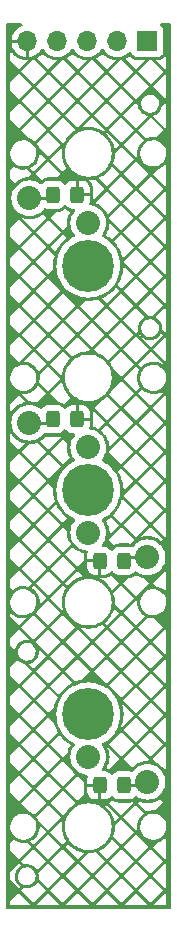
<source format=gbl>
G04 #@! TF.GenerationSoftware,KiCad,Pcbnew,7.0.2*
G04 #@! TF.CreationDate,2023-05-08T17:21:18+01:00*
G04 #@! TF.ProjectId,heron,6865726f-6e2e-46b6-9963-61645f706362,rev?*
G04 #@! TF.SameCoordinates,Original*
G04 #@! TF.FileFunction,Copper,L2,Bot*
G04 #@! TF.FilePolarity,Positive*
%FSLAX46Y46*%
G04 Gerber Fmt 4.6, Leading zero omitted, Abs format (unit mm)*
G04 Created by KiCad (PCBNEW 7.0.2) date 2023-05-08 17:21:18*
%MOMM*%
%LPD*%
G01*
G04 APERTURE LIST*
G04 Aperture macros list*
%AMRoundRect*
0 Rectangle with rounded corners*
0 $1 Rounding radius*
0 $2 $3 $4 $5 $6 $7 $8 $9 X,Y pos of 4 corners*
0 Add a 4 corners polygon primitive as box body*
4,1,4,$2,$3,$4,$5,$6,$7,$8,$9,$2,$3,0*
0 Add four circle primitives for the rounded corners*
1,1,$1+$1,$2,$3*
1,1,$1+$1,$4,$5*
1,1,$1+$1,$6,$7*
1,1,$1+$1,$8,$9*
0 Add four rect primitives between the rounded corners*
20,1,$1+$1,$2,$3,$4,$5,0*
20,1,$1+$1,$4,$5,$6,$7,0*
20,1,$1+$1,$6,$7,$8,$9,0*
20,1,$1+$1,$8,$9,$2,$3,0*%
G04 Aperture macros list end*
G04 #@! TA.AperFunction,ComponentPad*
%ADD10R,1.700000X1.700000*%
G04 #@! TD*
G04 #@! TA.AperFunction,ComponentPad*
%ADD11O,1.700000X1.700000*%
G04 #@! TD*
G04 #@! TA.AperFunction,ComponentPad*
%ADD12C,2.032000*%
G04 #@! TD*
G04 #@! TA.AperFunction,SMDPad,CuDef*
%ADD13RoundRect,0.250000X-0.325000X-0.450000X0.325000X-0.450000X0.325000X0.450000X-0.325000X0.450000X0*%
G04 #@! TD*
G04 #@! TA.AperFunction,SMDPad,CuDef*
%ADD14RoundRect,0.250000X0.325000X0.450000X-0.325000X0.450000X-0.325000X-0.450000X0.325000X-0.450000X0*%
G04 #@! TD*
G04 #@! TA.AperFunction,ComponentPad*
%ADD15C,4.400000*%
G04 #@! TD*
G04 #@! TA.AperFunction,Conductor*
%ADD16C,0.250000*%
G04 #@! TD*
G04 APERTURE END LIST*
D10*
G04 #@! TO.P,J1,1,Pin_1*
G04 #@! TO.N,Row1*
X162500000Y-30500000D03*
D11*
G04 #@! TO.P,J1,2,Pin_2*
G04 #@! TO.N,Row2*
X159960000Y-30500000D03*
G04 #@! TO.P,J1,3,Pin_3*
G04 #@! TO.N,Row3*
X157420000Y-30500000D03*
G04 #@! TO.P,J1,4,Pin_4*
G04 #@! TO.N,Row4*
X154880000Y-30500000D03*
G04 #@! TO.P,J1,5,Pin_5*
G04 #@! TO.N,Column*
X152340000Y-30500000D03*
G04 #@! TD*
D12*
G04 #@! TO.P,SW1,2,2*
G04 #@! TO.N,Net-(D1-A)*
X152500000Y-43800000D03*
G04 #@! TO.P,SW1,1,1*
G04 #@! TO.N,Row1*
X157500000Y-45900000D03*
G04 #@! TD*
D13*
G04 #@! TO.P,D4,1,K*
G04 #@! TO.N,Column*
X158475000Y-93500000D03*
G04 #@! TO.P,D4,2,A*
G04 #@! TO.N,Net-(D4-A)*
X160525000Y-93500000D03*
G04 #@! TD*
G04 #@! TO.P,D3,1,K*
G04 #@! TO.N,Column*
X158450000Y-74500000D03*
G04 #@! TO.P,D3,2,A*
G04 #@! TO.N,Net-(D3-A)*
X160500000Y-74500000D03*
G04 #@! TD*
D14*
G04 #@! TO.P,D2,1,K*
G04 #@! TO.N,Column*
X156550000Y-62500000D03*
G04 #@! TO.P,D2,2,A*
G04 #@! TO.N,Net-(D2-A)*
X154500000Y-62500000D03*
G04 #@! TD*
G04 #@! TO.P,D1,2,A*
G04 #@! TO.N,Net-(D1-A)*
X154500000Y-43500000D03*
G04 #@! TO.P,D1,1,K*
G04 #@! TO.N,Column*
X156550000Y-43500000D03*
G04 #@! TD*
D15*
G04 #@! TO.P,H3,1*
G04 #@! TO.N,N/C*
X157500000Y-87500000D03*
G04 #@! TD*
G04 #@! TO.P,H2,1*
G04 #@! TO.N,N/C*
X157500000Y-68500000D03*
G04 #@! TD*
G04 #@! TO.P,H1,1*
G04 #@! TO.N,N/C*
X157500000Y-49500000D03*
G04 #@! TD*
D12*
G04 #@! TO.P,SW4,2,2*
G04 #@! TO.N,Net-(D4-A)*
X162500000Y-93200000D03*
G04 #@! TO.P,SW4,1,1*
G04 #@! TO.N,Row4*
X157500000Y-91100000D03*
G04 #@! TD*
G04 #@! TO.P,SW3,2,2*
G04 #@! TO.N,Net-(D3-A)*
X162500000Y-74200000D03*
G04 #@! TO.P,SW3,1,1*
G04 #@! TO.N,Row3*
X157500000Y-72100000D03*
G04 #@! TD*
G04 #@! TO.P,SW2,2,2*
G04 #@! TO.N,Net-(D2-A)*
X152500000Y-62800000D03*
G04 #@! TO.P,SW2,1,1*
G04 #@! TO.N,Row2*
X157500000Y-64900000D03*
G04 #@! TD*
D16*
G04 #@! TO.N,Net-(D3-A)*
X160500000Y-74500000D02*
X160800000Y-74200000D01*
X160800000Y-74200000D02*
X162500000Y-74200000D01*
G04 #@! TO.N,Net-(D4-A)*
X162200000Y-93500000D02*
X162500000Y-93200000D01*
X160525000Y-93500000D02*
X162200000Y-93500000D01*
G04 #@! TO.N,Net-(D1-A)*
X154200000Y-43800000D02*
X154500000Y-43500000D01*
X152500000Y-43800000D02*
X154200000Y-43800000D01*
G04 #@! TO.N,Net-(D2-A)*
X154200000Y-62800000D02*
X154500000Y-62500000D01*
X152500000Y-62800000D02*
X154200000Y-62800000D01*
G04 #@! TD*
G04 #@! TA.AperFunction,Conductor*
G04 #@! TO.N,Column*
G36*
X151870099Y-29019685D02*
G01*
X151915854Y-29072489D01*
X151925798Y-29141647D01*
X151896773Y-29205203D01*
X151855465Y-29236382D01*
X151662421Y-29326400D01*
X151468921Y-29461890D01*
X151301890Y-29628921D01*
X151166400Y-29822421D01*
X151066569Y-30036507D01*
X151005430Y-30264681D01*
X150995778Y-30374999D01*
X150995778Y-30375000D01*
X151855595Y-30375000D01*
X151840000Y-30428111D01*
X151840000Y-30571889D01*
X151855595Y-30625000D01*
X150995778Y-30625000D01*
X151005430Y-30735318D01*
X151066569Y-30963492D01*
X151166399Y-31177576D01*
X151301893Y-31371081D01*
X151468918Y-31538106D01*
X151662423Y-31673600D01*
X151876507Y-31773430D01*
X152104682Y-31834569D01*
X152215000Y-31844220D01*
X152215000Y-30987169D01*
X152304237Y-31000000D01*
X152375763Y-31000000D01*
X152465000Y-30987169D01*
X152465000Y-31844219D01*
X152575317Y-31834569D01*
X152803492Y-31773430D01*
X153017576Y-31673600D01*
X153211081Y-31538106D01*
X153378109Y-31371078D01*
X153508119Y-31185405D01*
X153562696Y-31141780D01*
X153632194Y-31134586D01*
X153694549Y-31166109D01*
X153711265Y-31185400D01*
X153841505Y-31371401D01*
X154008599Y-31538495D01*
X154202170Y-31674035D01*
X154416337Y-31773903D01*
X154642748Y-31834569D01*
X154644592Y-31835063D01*
X154879999Y-31855659D01*
X154879999Y-31855658D01*
X154880000Y-31855659D01*
X155115408Y-31835063D01*
X155343663Y-31773903D01*
X155557830Y-31674035D01*
X155751401Y-31538495D01*
X155918495Y-31371401D01*
X156048426Y-31185839D01*
X156103002Y-31142216D01*
X156172500Y-31135022D01*
X156234855Y-31166545D01*
X156251571Y-31185837D01*
X156381505Y-31371401D01*
X156548599Y-31538495D01*
X156742170Y-31674035D01*
X156956337Y-31773903D01*
X157184592Y-31835063D01*
X157420000Y-31855659D01*
X157655408Y-31835063D01*
X157883663Y-31773903D01*
X158097830Y-31674035D01*
X158291401Y-31538495D01*
X158458495Y-31371401D01*
X158588426Y-31185839D01*
X158643002Y-31142216D01*
X158712500Y-31135022D01*
X158774855Y-31166545D01*
X158791571Y-31185837D01*
X158921505Y-31371401D01*
X159088599Y-31538495D01*
X159282170Y-31674035D01*
X159496337Y-31773903D01*
X159724592Y-31835063D01*
X159960000Y-31855659D01*
X160195408Y-31835063D01*
X160423663Y-31773903D01*
X160637830Y-31674035D01*
X160831401Y-31538495D01*
X160953329Y-31416566D01*
X161014648Y-31383084D01*
X161084340Y-31388068D01*
X161140274Y-31429939D01*
X161157189Y-31460916D01*
X161206204Y-31592331D01*
X161292454Y-31707546D01*
X161407669Y-31793796D01*
X161542517Y-31844091D01*
X161602127Y-31850500D01*
X163397872Y-31850499D01*
X163457483Y-31844091D01*
X163592331Y-31793796D01*
X163707546Y-31707546D01*
X163793796Y-31592331D01*
X163844091Y-31457483D01*
X163850500Y-31397873D01*
X163850499Y-29602128D01*
X163844091Y-29542517D01*
X163793796Y-29407669D01*
X163707546Y-29292454D01*
X163615121Y-29223264D01*
X163573252Y-29167333D01*
X163568268Y-29097642D01*
X163601753Y-29036319D01*
X163663076Y-29002834D01*
X163689434Y-29000000D01*
X164376000Y-29000000D01*
X164443039Y-29019685D01*
X164488794Y-29072489D01*
X164500000Y-29124000D01*
X164500000Y-103876000D01*
X164480315Y-103943039D01*
X164427511Y-103988794D01*
X164376000Y-104000000D01*
X150624000Y-104000000D01*
X150556961Y-103980315D01*
X150511206Y-103927511D01*
X150500000Y-103876000D01*
X150500000Y-103601000D01*
X150899000Y-103601000D01*
X152648512Y-103601000D01*
X153087289Y-103601000D01*
X155124800Y-103601000D01*
X155563576Y-103601000D01*
X157601088Y-103601000D01*
X158039864Y-103601000D01*
X160077376Y-103601000D01*
X160516152Y-103601000D01*
X162553664Y-103601000D01*
X162992440Y-103601000D01*
X164101000Y-103601000D01*
X164101000Y-102672048D01*
X164011196Y-102582244D01*
X162992440Y-103601000D01*
X162553664Y-103601000D01*
X161534908Y-102582244D01*
X160516152Y-103601000D01*
X160077376Y-103601000D01*
X159058619Y-102582244D01*
X158039864Y-103601000D01*
X157601088Y-103601000D01*
X156582332Y-102582244D01*
X155563576Y-103601000D01*
X155124800Y-103601000D01*
X154106044Y-102582244D01*
X153087289Y-103601000D01*
X152648512Y-103601000D01*
X151629756Y-102582244D01*
X150899000Y-103313000D01*
X150899000Y-103601000D01*
X150500000Y-103601000D01*
X150500000Y-102406174D01*
X151805825Y-102406174D01*
X152867900Y-103468249D01*
X153929975Y-102406175D01*
X153929974Y-102406174D01*
X154282113Y-102406174D01*
X155344188Y-103468249D01*
X156406262Y-102406175D01*
X156758401Y-102406175D01*
X157820476Y-103468250D01*
X158882551Y-102406174D01*
X159234689Y-102406174D01*
X160296764Y-103468250D01*
X161358839Y-102406175D01*
X161358838Y-102406174D01*
X161710977Y-102406174D01*
X162773052Y-103468249D01*
X163835127Y-102406174D01*
X162773052Y-101344100D01*
X161710977Y-102406174D01*
X161358838Y-102406174D01*
X160296764Y-101344100D01*
X159234689Y-102406174D01*
X158882551Y-102406174D01*
X157820476Y-101344100D01*
X156758401Y-102406175D01*
X156406262Y-102406175D01*
X156406263Y-102406174D01*
X155344188Y-101344100D01*
X154282113Y-102406174D01*
X153929974Y-102406174D01*
X153188254Y-101664454D01*
X153110013Y-101799975D01*
X153092820Y-101823071D01*
X152949275Y-101975217D01*
X152927221Y-101993722D01*
X152752459Y-102108666D01*
X152726730Y-102121588D01*
X152530171Y-102193130D01*
X152502156Y-102199770D01*
X152355129Y-102216955D01*
X152351560Y-102217319D01*
X152350111Y-102217446D01*
X152346490Y-102217710D01*
X152332095Y-102218548D01*
X152328472Y-102218706D01*
X152327019Y-102218748D01*
X152323436Y-102218800D01*
X152175414Y-102218800D01*
X152146818Y-102215458D01*
X152025334Y-102186665D01*
X151805825Y-102406174D01*
X150500000Y-102406174D01*
X150500000Y-101499349D01*
X150899000Y-101499349D01*
X151629755Y-102230105D01*
X151773945Y-102085916D01*
X151729301Y-102063495D01*
X151705246Y-102047673D01*
X151545010Y-101913218D01*
X151525253Y-101892277D01*
X151400342Y-101724493D01*
X151385946Y-101699559D01*
X151303097Y-101507493D01*
X151294840Y-101479912D01*
X151258516Y-101273915D01*
X151256842Y-101245171D01*
X151256930Y-101243659D01*
X151530392Y-101243659D01*
X151545685Y-101330386D01*
X151560668Y-101415354D01*
X151629721Y-101575438D01*
X151733832Y-101715283D01*
X151867386Y-101827349D01*
X152023185Y-101905594D01*
X152192829Y-101945800D01*
X152192831Y-101945800D01*
X152319837Y-101945800D01*
X152323436Y-101945800D01*
X152453164Y-101930637D01*
X152616993Y-101871008D01*
X152762654Y-101775205D01*
X152882296Y-101648393D01*
X152969467Y-101497407D01*
X153019469Y-101330388D01*
X153029607Y-101156340D01*
X152999332Y-100984646D01*
X152981294Y-100942829D01*
X153269170Y-100942829D01*
X153301484Y-101126085D01*
X153303158Y-101154829D01*
X153290994Y-101363649D01*
X153285995Y-101392002D01*
X153281835Y-101405896D01*
X154106044Y-102230105D01*
X155168119Y-101168031D01*
X155520257Y-101168031D01*
X156582331Y-102230106D01*
X157644406Y-101168031D01*
X157996545Y-101168031D01*
X159058620Y-102230106D01*
X160120695Y-101168031D01*
X160120694Y-101168030D01*
X160472833Y-101168030D01*
X161534908Y-102230106D01*
X162596983Y-101168031D01*
X162949121Y-101168031D01*
X164011195Y-102230105D01*
X164101000Y-102140301D01*
X164101000Y-100195759D01*
X164011196Y-100105955D01*
X162949121Y-101168031D01*
X162596983Y-101168031D01*
X161534908Y-100105955D01*
X160472833Y-101168030D01*
X160120694Y-101168030D01*
X159058620Y-100105956D01*
X157996545Y-101168031D01*
X157644406Y-101168031D01*
X157644407Y-101168030D01*
X156582332Y-100105955D01*
X155520257Y-101168031D01*
X155168119Y-101168031D01*
X154106043Y-100105955D01*
X153269170Y-100942829D01*
X152981294Y-100942829D01*
X152930279Y-100824562D01*
X152826168Y-100684717D01*
X152692614Y-100572651D01*
X152536815Y-100494406D01*
X152367171Y-100454200D01*
X152236564Y-100454200D01*
X152232997Y-100454616D01*
X152232995Y-100454617D01*
X152106833Y-100469363D01*
X151943005Y-100528992D01*
X151797346Y-100624794D01*
X151677704Y-100751606D01*
X151590533Y-100902591D01*
X151540531Y-101069613D01*
X151530392Y-101243659D01*
X151256930Y-101243659D01*
X151269006Y-101036351D01*
X151274005Y-101007999D01*
X151333996Y-100807613D01*
X151345400Y-100781177D01*
X151449987Y-100600025D01*
X151467180Y-100576929D01*
X151610725Y-100424783D01*
X151632779Y-100406278D01*
X151807541Y-100291334D01*
X151812595Y-100288795D01*
X151629756Y-100105956D01*
X150899000Y-100836711D01*
X150899000Y-101499349D01*
X150500000Y-101499349D01*
X150500000Y-99929887D01*
X151805825Y-99929887D01*
X152074250Y-100198312D01*
X152204871Y-100183045D01*
X152208440Y-100182681D01*
X152209889Y-100182554D01*
X152213510Y-100182290D01*
X152227905Y-100181452D01*
X152231528Y-100181294D01*
X152232981Y-100181252D01*
X152236564Y-100181200D01*
X152384586Y-100181200D01*
X152413182Y-100184542D01*
X152616719Y-100232781D01*
X152643774Y-100242628D01*
X152830699Y-100336505D01*
X152854754Y-100352327D01*
X153014990Y-100486782D01*
X153034747Y-100507723D01*
X153159658Y-100675507D01*
X153168697Y-100691163D01*
X153929973Y-99929887D01*
X154282113Y-99929887D01*
X155344188Y-100991962D01*
X156406263Y-99929887D01*
X156406262Y-99929886D01*
X156758400Y-99929886D01*
X157820476Y-100991961D01*
X158882551Y-99929887D01*
X159234689Y-99929887D01*
X160296764Y-100991962D01*
X161358839Y-99929887D01*
X161358838Y-99929886D01*
X161710977Y-99929886D01*
X162773052Y-100991962D01*
X163835127Y-99929887D01*
X162773052Y-98867812D01*
X161710977Y-99929886D01*
X161358838Y-99929886D01*
X160296764Y-98867812D01*
X159234689Y-99929887D01*
X158882551Y-99929887D01*
X158110252Y-99157588D01*
X157827980Y-99218993D01*
X157810468Y-99221511D01*
X157589651Y-99237304D01*
X157586576Y-99237489D01*
X157575494Y-99237905D01*
X157572399Y-99237980D01*
X157450289Y-99237997D01*
X156758400Y-99929886D01*
X156406262Y-99929886D01*
X155344188Y-98867812D01*
X154282113Y-99929887D01*
X153929973Y-99929887D01*
X153929974Y-99929886D01*
X152867900Y-98867812D01*
X151805825Y-99929887D01*
X150500000Y-99929887D01*
X150500000Y-99023061D01*
X150899000Y-99023061D01*
X151629756Y-99753817D01*
X152691830Y-98691743D01*
X153043969Y-98691743D01*
X154106044Y-99753817D01*
X155168118Y-98691743D01*
X155168117Y-98691742D01*
X155520256Y-98691742D01*
X156582331Y-99753817D01*
X157126958Y-99209190D01*
X156876539Y-99154715D01*
X156859564Y-99149731D01*
X156630792Y-99064404D01*
X158369206Y-99064404D01*
X159058620Y-99753818D01*
X160120694Y-98691743D01*
X160472833Y-98691743D01*
X161534908Y-99753818D01*
X162596982Y-98691743D01*
X162596981Y-98691742D01*
X162949120Y-98691742D01*
X164011196Y-99753818D01*
X164101000Y-99664013D01*
X164101000Y-97828145D01*
X163960512Y-97990277D01*
X163943451Y-98006545D01*
X163755744Y-98154159D01*
X163735913Y-98166903D01*
X163523662Y-98276327D01*
X163501776Y-98285089D01*
X163295083Y-98345779D01*
X162949120Y-98691742D01*
X162596981Y-98691742D01*
X161534908Y-97629668D01*
X160472833Y-98691743D01*
X160120694Y-98691743D01*
X159477406Y-98048455D01*
X159391784Y-98205262D01*
X159382219Y-98220146D01*
X159201002Y-98462222D01*
X159189416Y-98475592D01*
X158975592Y-98689416D01*
X158962222Y-98701002D01*
X158720146Y-98882219D01*
X158705262Y-98891784D01*
X158439857Y-99036706D01*
X158423763Y-99044056D01*
X158369206Y-99064404D01*
X156630792Y-99064404D01*
X156576237Y-99044056D01*
X156560143Y-99036706D01*
X156294738Y-98891784D01*
X156279854Y-98882219D01*
X156037778Y-98701002D01*
X156024408Y-98689416D01*
X155810584Y-98475592D01*
X155798998Y-98462222D01*
X155777925Y-98434073D01*
X155520256Y-98691742D01*
X155168117Y-98691742D01*
X154106044Y-97629668D01*
X153043969Y-98691743D01*
X152691830Y-98691743D01*
X152691831Y-98691742D01*
X152334340Y-98334252D01*
X152272651Y-98352366D01*
X152249503Y-98356827D01*
X152078418Y-98373164D01*
X152075488Y-98373409D01*
X152074301Y-98373494D01*
X152071339Y-98373671D01*
X152059552Y-98374232D01*
X152056576Y-98374338D01*
X152055387Y-98374366D01*
X152052468Y-98374400D01*
X151880602Y-98374400D01*
X151857135Y-98372159D01*
X151622652Y-98326966D01*
X151600033Y-98320325D01*
X151401004Y-98240646D01*
X152592872Y-98240646D01*
X152867900Y-98515673D01*
X153929974Y-97453599D01*
X154282113Y-97453599D01*
X155344187Y-98515673D01*
X155627171Y-98232689D01*
X155617781Y-98220146D01*
X155608216Y-98205262D01*
X155463294Y-97939857D01*
X155455944Y-97923763D01*
X155350269Y-97640436D01*
X155345285Y-97623461D01*
X155281007Y-97327980D01*
X155278489Y-97310468D01*
X155256916Y-97008846D01*
X155256916Y-97000000D01*
X155529980Y-97000000D01*
X155550033Y-97280363D01*
X155609780Y-97555016D01*
X155708007Y-97818375D01*
X155842713Y-98065071D01*
X155869698Y-98101118D01*
X156011159Y-98290088D01*
X156209912Y-98488841D01*
X156378673Y-98615173D01*
X156434928Y-98657286D01*
X156681624Y-98791992D01*
X156813303Y-98841105D01*
X156944982Y-98890219D01*
X157219637Y-98949967D01*
X157429825Y-98965000D01*
X157432040Y-98965000D01*
X157567960Y-98965000D01*
X157570175Y-98965000D01*
X157780363Y-98949967D01*
X158055018Y-98890219D01*
X158318375Y-98791992D01*
X158565073Y-98657285D01*
X158790088Y-98488841D01*
X158988841Y-98290088D01*
X159157285Y-98065073D01*
X159291992Y-97818375D01*
X159296366Y-97806647D01*
X159587737Y-97806647D01*
X160296764Y-98515674D01*
X161358838Y-97453599D01*
X160296763Y-96391524D01*
X159740016Y-96948270D01*
X159743084Y-96991153D01*
X159743084Y-97008846D01*
X159721511Y-97310468D01*
X159718993Y-97327980D01*
X159654715Y-97623461D01*
X159649731Y-97640437D01*
X159587737Y-97806647D01*
X159296366Y-97806647D01*
X159390219Y-97555018D01*
X159449967Y-97280363D01*
X159470019Y-97000000D01*
X159449967Y-96719637D01*
X159390219Y-96444982D01*
X159298567Y-96199252D01*
X159291992Y-96181624D01*
X159157286Y-95934928D01*
X159052341Y-95794738D01*
X158988841Y-95709912D01*
X158790088Y-95511159D01*
X158677580Y-95426936D01*
X158565071Y-95342713D01*
X158446422Y-95277926D01*
X158934074Y-95277926D01*
X158962222Y-95298998D01*
X158975592Y-95310584D01*
X159189416Y-95524408D01*
X159201002Y-95537778D01*
X159382219Y-95779854D01*
X159391784Y-95794738D01*
X159536706Y-96060143D01*
X159544056Y-96076237D01*
X159649731Y-96359564D01*
X159654715Y-96376539D01*
X159709190Y-96626958D01*
X160120693Y-96215455D01*
X160472833Y-96215455D01*
X161534907Y-97277529D01*
X161632607Y-97179829D01*
X161621533Y-96947355D01*
X161894843Y-96947355D01*
X161904852Y-97157459D01*
X161948333Y-97336691D01*
X161954442Y-97361870D01*
X162041822Y-97553208D01*
X162150762Y-97706191D01*
X162163831Y-97724544D01*
X162316063Y-97869697D01*
X162316065Y-97869698D01*
X162316066Y-97869699D01*
X162493009Y-97983414D01*
X162493014Y-97983416D01*
X162688288Y-98061593D01*
X162817084Y-98086416D01*
X162894828Y-98101400D01*
X162894829Y-98101400D01*
X163049514Y-98101400D01*
X163052468Y-98101400D01*
X163055419Y-98101118D01*
X163055423Y-98101118D01*
X163111839Y-98095730D01*
X163209389Y-98086416D01*
X163411211Y-98027156D01*
X163598170Y-97930771D01*
X163763510Y-97800747D01*
X163901255Y-97641781D01*
X164006426Y-97459619D01*
X164075222Y-97260846D01*
X164105157Y-97052645D01*
X164095148Y-96842541D01*
X164045558Y-96638129D01*
X163958179Y-96446795D01*
X163958178Y-96446794D01*
X163958177Y-96446791D01*
X163876839Y-96332568D01*
X163836169Y-96275456D01*
X163683937Y-96130303D01*
X163683934Y-96130301D01*
X163683933Y-96130300D01*
X163506990Y-96016585D01*
X163360634Y-95957992D01*
X163311712Y-95938407D01*
X163311711Y-95938406D01*
X163311709Y-95938406D01*
X163105172Y-95898600D01*
X163105171Y-95898600D01*
X162947532Y-95898600D01*
X162944602Y-95898879D01*
X162944576Y-95898881D01*
X162790613Y-95913583D01*
X162588786Y-95972844D01*
X162401832Y-96069227D01*
X162236491Y-96199252D01*
X162098743Y-96358220D01*
X161993574Y-96540379D01*
X161924777Y-96739154D01*
X161894843Y-96947352D01*
X161894843Y-96947355D01*
X161621533Y-96947355D01*
X161621475Y-96946133D01*
X161622597Y-96922586D01*
X161656581Y-96686219D01*
X161662139Y-96663309D01*
X161740243Y-96437645D01*
X161750036Y-96416202D01*
X161869434Y-96209398D01*
X161883108Y-96190195D01*
X162039488Y-96009723D01*
X162056549Y-95993455D01*
X162234802Y-95853275D01*
X161534908Y-95153380D01*
X160472833Y-96215455D01*
X160120693Y-96215455D01*
X160120694Y-96215454D01*
X159058620Y-95153381D01*
X158934074Y-95277926D01*
X158446422Y-95277926D01*
X158318375Y-95208007D01*
X158055016Y-95109780D01*
X157780363Y-95050033D01*
X157572385Y-95035158D01*
X157572383Y-95035157D01*
X157570175Y-95035000D01*
X157429825Y-95035000D01*
X157427617Y-95035157D01*
X157427614Y-95035158D01*
X157219636Y-95050033D01*
X156944983Y-95109780D01*
X156681624Y-95208007D01*
X156434928Y-95342713D01*
X156209909Y-95511161D01*
X156011161Y-95709909D01*
X155842713Y-95934928D01*
X155708007Y-96181624D01*
X155609780Y-96444983D01*
X155550033Y-96719636D01*
X155529980Y-97000000D01*
X155256916Y-97000000D01*
X155256916Y-96991154D01*
X155278489Y-96689532D01*
X155281007Y-96672020D01*
X155341423Y-96394289D01*
X154282113Y-97453599D01*
X153929974Y-97453599D01*
X153370935Y-96894560D01*
X153378525Y-97053867D01*
X153377403Y-97077414D01*
X153343419Y-97313781D01*
X153337861Y-97336691D01*
X153259757Y-97562355D01*
X153249964Y-97583798D01*
X153130566Y-97790602D01*
X153116892Y-97809805D01*
X152960512Y-97990277D01*
X152943451Y-98006545D01*
X152755744Y-98154159D01*
X152735913Y-98166903D01*
X152592872Y-98240646D01*
X151401004Y-98240646D01*
X151378341Y-98231573D01*
X151357387Y-98220770D01*
X151163352Y-98096071D01*
X150899000Y-98360423D01*
X150899000Y-99023061D01*
X150500000Y-99023061D01*
X150500000Y-96947355D01*
X150894843Y-96947355D01*
X150904852Y-97157459D01*
X150948333Y-97336691D01*
X150954442Y-97361870D01*
X151041822Y-97553208D01*
X151150762Y-97706191D01*
X151163831Y-97724544D01*
X151316063Y-97869697D01*
X151316065Y-97869698D01*
X151316066Y-97869699D01*
X151493009Y-97983414D01*
X151493014Y-97983416D01*
X151688288Y-98061593D01*
X151817084Y-98086416D01*
X151894828Y-98101400D01*
X151894829Y-98101400D01*
X152049514Y-98101400D01*
X152052468Y-98101400D01*
X152055419Y-98101118D01*
X152055423Y-98101118D01*
X152111839Y-98095730D01*
X152209389Y-98086416D01*
X152411211Y-98027156D01*
X152598170Y-97930771D01*
X152763510Y-97800747D01*
X152901255Y-97641781D01*
X153006426Y-97459619D01*
X153075222Y-97260846D01*
X153105157Y-97052645D01*
X153095148Y-96842541D01*
X153045558Y-96638129D01*
X152958179Y-96446795D01*
X152958178Y-96446794D01*
X152958177Y-96446791D01*
X152876838Y-96332568D01*
X152836169Y-96275456D01*
X152721408Y-96166032D01*
X153093391Y-96166032D01*
X153188811Y-96300029D01*
X153200599Y-96320445D01*
X153244003Y-96415488D01*
X154106044Y-97277529D01*
X155168118Y-96215455D01*
X154106043Y-95153380D01*
X153093391Y-96166032D01*
X152721408Y-96166032D01*
X152683937Y-96130303D01*
X152683934Y-96130301D01*
X152683933Y-96130300D01*
X152506990Y-96016585D01*
X152360634Y-95957992D01*
X152311712Y-95938407D01*
X152311711Y-95938406D01*
X152311709Y-95938406D01*
X152105172Y-95898600D01*
X152105171Y-95898600D01*
X151947532Y-95898600D01*
X151944602Y-95898879D01*
X151944576Y-95898881D01*
X151790613Y-95913583D01*
X151588786Y-95972844D01*
X151401832Y-96069227D01*
X151236491Y-96199252D01*
X151098743Y-96358220D01*
X150993574Y-96540379D01*
X150924777Y-96739154D01*
X150894843Y-96947352D01*
X150894843Y-96947355D01*
X150500000Y-96947355D01*
X150500000Y-94977311D01*
X151805825Y-94977311D01*
X152580439Y-95751925D01*
X152621659Y-95768427D01*
X152642613Y-95779230D01*
X152843501Y-95908333D01*
X152862031Y-95922905D01*
X152924661Y-95982623D01*
X153929973Y-94977311D01*
X154282113Y-94977311D01*
X155344187Y-96039385D01*
X155659649Y-95723923D01*
X155798998Y-95537778D01*
X155810584Y-95524408D01*
X156024408Y-95310584D01*
X156037778Y-95298998D01*
X156223923Y-95159649D01*
X156406261Y-94977311D01*
X159234689Y-94977311D01*
X160296764Y-96039386D01*
X161358839Y-94977311D01*
X161358838Y-94977310D01*
X161710976Y-94977310D01*
X162463801Y-95730135D01*
X162476339Y-95723672D01*
X162498224Y-95714911D01*
X162727349Y-95647634D01*
X162750497Y-95643173D01*
X162921582Y-95626836D01*
X162924512Y-95626591D01*
X162925699Y-95626506D01*
X162928661Y-95626329D01*
X162940448Y-95625768D01*
X162943424Y-95625662D01*
X162944613Y-95625634D01*
X162947532Y-95625600D01*
X163119398Y-95625600D01*
X163142865Y-95627841D01*
X163177852Y-95634584D01*
X163835126Y-94977310D01*
X163527151Y-94669335D01*
X163323249Y-94794287D01*
X163305912Y-94803120D01*
X163063712Y-94903444D01*
X163045206Y-94909457D01*
X162790294Y-94970656D01*
X162771075Y-94973700D01*
X162509728Y-94994267D01*
X162490272Y-94994267D01*
X162228925Y-94973700D01*
X162209706Y-94970656D01*
X161954794Y-94909457D01*
X161936288Y-94903444D01*
X161829200Y-94859086D01*
X161710976Y-94977310D01*
X161358838Y-94977310D01*
X161270437Y-94888909D01*
X161073178Y-94954275D01*
X161046776Y-94959927D01*
X160927752Y-94972086D01*
X160924601Y-94972367D01*
X160923332Y-94972464D01*
X160920190Y-94972664D01*
X160907589Y-94973306D01*
X160904399Y-94973428D01*
X160903127Y-94973460D01*
X160900008Y-94973499D01*
X160149991Y-94973500D01*
X160146872Y-94973461D01*
X160145600Y-94973429D01*
X160142410Y-94973307D01*
X160129808Y-94972665D01*
X160126666Y-94972465D01*
X160125397Y-94972368D01*
X160122245Y-94972087D01*
X160003222Y-94959927D01*
X159976821Y-94954275D01*
X159778264Y-94888479D01*
X159752172Y-94876312D01*
X159573204Y-94765925D01*
X159550619Y-94748067D01*
X159507276Y-94704723D01*
X159234689Y-94977311D01*
X156406261Y-94977311D01*
X156406262Y-94977310D01*
X155344187Y-93915236D01*
X154282113Y-94977311D01*
X153929973Y-94977311D01*
X153929974Y-94977310D01*
X152867900Y-93915236D01*
X151805825Y-94977311D01*
X150500000Y-94977311D01*
X150500000Y-94070485D01*
X150899000Y-94070485D01*
X151629756Y-94801241D01*
X152691830Y-93739167D01*
X153043969Y-93739167D01*
X154106044Y-94801241D01*
X155168118Y-93739167D01*
X155520257Y-93739167D01*
X156582331Y-94801241D01*
X157162216Y-94221356D01*
X157146218Y-94173077D01*
X157140566Y-94146675D01*
X157128414Y-94027722D01*
X157128133Y-94024571D01*
X157128036Y-94023302D01*
X157127836Y-94020160D01*
X157127194Y-94007559D01*
X157127072Y-94004369D01*
X157127040Y-94003097D01*
X157127001Y-93999978D01*
X157127001Y-93625000D01*
X157400001Y-93625000D01*
X157400001Y-93996829D01*
X157400320Y-94003097D01*
X157410493Y-94102695D01*
X157465642Y-94269122D01*
X157557683Y-94418345D01*
X157681654Y-94542316D01*
X157830877Y-94634357D01*
X157997303Y-94689506D01*
X158096890Y-94699680D01*
X158103168Y-94699999D01*
X158349999Y-94699999D01*
X158350000Y-94699998D01*
X158350000Y-93625000D01*
X157400001Y-93625000D01*
X157127001Y-93625000D01*
X157127001Y-93568665D01*
X157136441Y-93521210D01*
X157140247Y-93512022D01*
X157148279Y-93500000D01*
X157140246Y-93487978D01*
X157136440Y-93478790D01*
X157127000Y-93431335D01*
X157127000Y-93221760D01*
X156582332Y-92677092D01*
X155520257Y-93739167D01*
X155168118Y-93739167D01*
X154106044Y-92677092D01*
X153043969Y-93739167D01*
X152691830Y-93739167D01*
X151629756Y-92677092D01*
X150899000Y-93407849D01*
X150899000Y-94070485D01*
X150500000Y-94070485D01*
X150500000Y-92501023D01*
X151805825Y-92501023D01*
X152867900Y-93563098D01*
X153929974Y-92501023D01*
X154282113Y-92501023D01*
X155344188Y-93563098D01*
X156396455Y-92510831D01*
X156238141Y-92375617D01*
X156224383Y-92361859D01*
X156054126Y-92162515D01*
X156042689Y-92146773D01*
X156027933Y-92122694D01*
X155344188Y-91438949D01*
X154282113Y-92501023D01*
X153929974Y-92501023D01*
X152867900Y-91438949D01*
X151805825Y-92501023D01*
X150500000Y-92501023D01*
X150500000Y-91594197D01*
X150899000Y-91594197D01*
X151629756Y-92324953D01*
X152691830Y-91262879D01*
X153043969Y-91262879D01*
X154106044Y-92324954D01*
X155168118Y-91262879D01*
X154106044Y-90200805D01*
X153043969Y-91262879D01*
X152691830Y-91262879D01*
X151629756Y-90200804D01*
X150899000Y-90931560D01*
X150899000Y-91594197D01*
X150500000Y-91594197D01*
X150500000Y-90024735D01*
X151805825Y-90024735D01*
X152867900Y-91086810D01*
X153929974Y-90024735D01*
X154282112Y-90024735D01*
X155344187Y-91086809D01*
X155763479Y-90667517D01*
X155790543Y-90554793D01*
X155796556Y-90536288D01*
X155896880Y-90294088D01*
X155905713Y-90276751D01*
X156024622Y-90082707D01*
X155821904Y-89960159D01*
X155818756Y-89958191D01*
X155817487Y-89957371D01*
X155814345Y-89955272D01*
X155802022Y-89946766D01*
X155798959Y-89944582D01*
X155797743Y-89943687D01*
X155794773Y-89941432D01*
X155537600Y-89739950D01*
X155534666Y-89737578D01*
X155533505Y-89736610D01*
X155530682Y-89734184D01*
X155519474Y-89724254D01*
X155516734Y-89721752D01*
X155515635Y-89720718D01*
X155512924Y-89718088D01*
X155281912Y-89487076D01*
X155279282Y-89484365D01*
X155278248Y-89483266D01*
X155275746Y-89480526D01*
X155265816Y-89469318D01*
X155263390Y-89466495D01*
X155262422Y-89465334D01*
X155260050Y-89462400D01*
X155077480Y-89229367D01*
X154282112Y-90024735D01*
X153929974Y-90024735D01*
X152867900Y-88962661D01*
X151805825Y-90024735D01*
X150500000Y-90024735D01*
X150500000Y-89117909D01*
X150899000Y-89117909D01*
X151629756Y-89848665D01*
X152691830Y-88786591D01*
X153043969Y-88786591D01*
X154106044Y-89848666D01*
X154940666Y-89014043D01*
X154870826Y-88898512D01*
X154868914Y-88895236D01*
X154868173Y-88893921D01*
X154866406Y-88890674D01*
X154859447Y-88877415D01*
X154857749Y-88874057D01*
X154857088Y-88872699D01*
X154855506Y-88869321D01*
X154721424Y-88571403D01*
X154719961Y-88568018D01*
X154719382Y-88566622D01*
X154717977Y-88563081D01*
X154712668Y-88549080D01*
X154711393Y-88545558D01*
X154710901Y-88544132D01*
X154709735Y-88540579D01*
X154613601Y-88232074D01*
X154106044Y-87724517D01*
X153043969Y-88786591D01*
X152691830Y-88786591D01*
X151629756Y-87724517D01*
X150899000Y-88455273D01*
X150899000Y-89117909D01*
X150500000Y-89117909D01*
X150500000Y-87548447D01*
X151805825Y-87548447D01*
X152867900Y-88610522D01*
X153929974Y-87548447D01*
X153881527Y-87500000D01*
X154794564Y-87500000D01*
X154794790Y-87503736D01*
X154814063Y-87822362D01*
X154814064Y-87822372D01*
X154814290Y-87826104D01*
X154814963Y-87829778D01*
X154814965Y-87829792D01*
X154872502Y-88143762D01*
X154872504Y-88143771D01*
X154873179Y-88147453D01*
X154970373Y-88459361D01*
X155104455Y-88757279D01*
X155106388Y-88760477D01*
X155106392Y-88760484D01*
X155271532Y-89033658D01*
X155271536Y-89033663D01*
X155273470Y-89036863D01*
X155474952Y-89294036D01*
X155705964Y-89525048D01*
X155963137Y-89726530D01*
X155966339Y-89728466D01*
X155966341Y-89728467D01*
X155985336Y-89739950D01*
X156242721Y-89895545D01*
X156302600Y-89922494D01*
X156355654Y-89967958D01*
X156375707Y-90034888D01*
X156356391Y-90102035D01*
X156346000Y-90116101D01*
X156269334Y-90205865D01*
X156144609Y-90409398D01*
X156053262Y-90629926D01*
X155997539Y-90862032D01*
X155978811Y-91099999D01*
X155997539Y-91337967D01*
X156053262Y-91570073D01*
X156144609Y-91790601D01*
X156269334Y-91994135D01*
X156330873Y-92066188D01*
X156424357Y-92175643D01*
X156485087Y-92227511D01*
X156599177Y-92324954D01*
X156605868Y-92330668D01*
X156809395Y-92455389D01*
X156890862Y-92489134D01*
X157029926Y-92546737D01*
X157103254Y-92564341D01*
X157262034Y-92602461D01*
X157344188Y-92608926D01*
X157409476Y-92633810D01*
X157450947Y-92690041D01*
X157455434Y-92759766D01*
X157452165Y-92771548D01*
X157410493Y-92897303D01*
X157400319Y-92996890D01*
X157400000Y-93003168D01*
X157400000Y-93375000D01*
X158476000Y-93375000D01*
X158543039Y-93394685D01*
X158588794Y-93447489D01*
X158600000Y-93499000D01*
X158600000Y-94699999D01*
X158846829Y-94699999D01*
X158853111Y-94699678D01*
X158952695Y-94689506D01*
X159119122Y-94634357D01*
X159268345Y-94542316D01*
X159392313Y-94418348D01*
X159394164Y-94415348D01*
X159446110Y-94368621D01*
X159515072Y-94357396D01*
X159579156Y-94385236D01*
X159605246Y-94415345D01*
X159607290Y-94418659D01*
X159731342Y-94542711D01*
X159751895Y-94555388D01*
X159880666Y-94634814D01*
X159984843Y-94669335D01*
X160047202Y-94689999D01*
X160146858Y-94700180D01*
X160146859Y-94700180D01*
X160149991Y-94700500D01*
X160900008Y-94700499D01*
X161002797Y-94689999D01*
X161169334Y-94634814D01*
X161318656Y-94542712D01*
X161430342Y-94431025D01*
X161491661Y-94397543D01*
X161561353Y-94402527D01*
X161598546Y-94424415D01*
X161605868Y-94430668D01*
X161777754Y-94535999D01*
X161788709Y-94542713D01*
X161809395Y-94555389D01*
X161873983Y-94582142D01*
X162029926Y-94646737D01*
X162103254Y-94664341D01*
X162262034Y-94702461D01*
X162500000Y-94721189D01*
X162737966Y-94702461D01*
X162970073Y-94646737D01*
X163190605Y-94555389D01*
X163394132Y-94430668D01*
X163575643Y-94275643D01*
X163730668Y-94094132D01*
X163855389Y-93890605D01*
X163946737Y-93670073D01*
X164002461Y-93437966D01*
X164021189Y-93200000D01*
X164002461Y-92962034D01*
X163953901Y-92759766D01*
X163946737Y-92729926D01*
X163855390Y-92509398D01*
X163855389Y-92509395D01*
X163730668Y-92305868D01*
X163725656Y-92300000D01*
X163619445Y-92175643D01*
X163575643Y-92124357D01*
X163405788Y-91979287D01*
X163394135Y-91969334D01*
X163394132Y-91969332D01*
X163190605Y-91844611D01*
X163190602Y-91844610D01*
X163190601Y-91844609D01*
X162970073Y-91753262D01*
X162737967Y-91697539D01*
X162500000Y-91678811D01*
X162262032Y-91697539D01*
X162029926Y-91753262D01*
X161809398Y-91844609D01*
X161605864Y-91969334D01*
X161438852Y-92111977D01*
X161424357Y-92124357D01*
X161269336Y-92305864D01*
X161262994Y-92313289D01*
X161260264Y-92310957D01*
X161221779Y-92345758D01*
X161152847Y-92357162D01*
X161128890Y-92351784D01*
X161002797Y-92310000D01*
X160903141Y-92299819D01*
X160903122Y-92299818D01*
X160900009Y-92299500D01*
X160896860Y-92299500D01*
X160153141Y-92299500D01*
X160153121Y-92299500D01*
X160149992Y-92299501D01*
X160146860Y-92299820D01*
X160146858Y-92299821D01*
X160047203Y-92310000D01*
X159880665Y-92365186D01*
X159731342Y-92457288D01*
X159607286Y-92581344D01*
X159605242Y-92584659D01*
X159553292Y-92631382D01*
X159484329Y-92642601D01*
X159420248Y-92614755D01*
X159394168Y-92584656D01*
X159392316Y-92581654D01*
X159268345Y-92457683D01*
X159119122Y-92365642D01*
X158952696Y-92310493D01*
X158853109Y-92300319D01*
X158846832Y-92300000D01*
X158738409Y-92300000D01*
X158671370Y-92280315D01*
X158625615Y-92227511D01*
X158615671Y-92158353D01*
X158644119Y-92095469D01*
X158686852Y-92045433D01*
X159019412Y-92045433D01*
X159023078Y-92046218D01*
X159221524Y-92111977D01*
X159247616Y-92124144D01*
X159254922Y-92128650D01*
X160120693Y-91262880D01*
X160472832Y-91262880D01*
X161189240Y-91979287D01*
X161224384Y-91938140D01*
X161238141Y-91924383D01*
X161437485Y-91754126D01*
X161453227Y-91742688D01*
X161676751Y-91605713D01*
X161694088Y-91596880D01*
X161936288Y-91496556D01*
X161954794Y-91490543D01*
X162209706Y-91429344D01*
X162228925Y-91426300D01*
X162451041Y-91408820D01*
X162596982Y-91262879D01*
X162949121Y-91262879D01*
X163267004Y-91580763D01*
X163305913Y-91596880D01*
X163323249Y-91605713D01*
X163546773Y-91742688D01*
X163562515Y-91754126D01*
X163761859Y-91924383D01*
X163775617Y-91938141D01*
X163945874Y-92137485D01*
X163957312Y-92153227D01*
X164043034Y-92293114D01*
X164101000Y-92235149D01*
X164101000Y-90290609D01*
X164011196Y-90200805D01*
X162949121Y-91262879D01*
X162596982Y-91262879D01*
X161534908Y-90200805D01*
X160472832Y-91262880D01*
X160120693Y-91262880D01*
X160120694Y-91262879D01*
X159058620Y-90200805D01*
X159051877Y-90207547D01*
X159094286Y-90276751D01*
X159103120Y-90294088D01*
X159203444Y-90536288D01*
X159209457Y-90554794D01*
X159270656Y-90809706D01*
X159273700Y-90828925D01*
X159294267Y-91090272D01*
X159294267Y-91109728D01*
X159273700Y-91371075D01*
X159270656Y-91390294D01*
X159209457Y-91645206D01*
X159203444Y-91663712D01*
X159103120Y-91905912D01*
X159094287Y-91923249D01*
X159019412Y-92045433D01*
X158686852Y-92045433D01*
X158689212Y-92042670D01*
X158730668Y-91994132D01*
X158855389Y-91790605D01*
X158946737Y-91570073D01*
X159002461Y-91337966D01*
X159021189Y-91100000D01*
X159002461Y-90862034D01*
X158946737Y-90629927D01*
X158855389Y-90409395D01*
X158730668Y-90205868D01*
X158730666Y-90205865D01*
X158730665Y-90205864D01*
X158699645Y-90169545D01*
X158653999Y-90116100D01*
X158625429Y-90052341D01*
X158629600Y-90024735D01*
X159234689Y-90024735D01*
X160296764Y-91086810D01*
X161358838Y-90024735D01*
X161710977Y-90024735D01*
X162773052Y-91086810D01*
X163835126Y-90024735D01*
X162773052Y-88962661D01*
X161710977Y-90024735D01*
X161358838Y-90024735D01*
X160296764Y-88962661D01*
X159234689Y-90024735D01*
X158629600Y-90024735D01*
X158635866Y-89983255D01*
X158681997Y-89930779D01*
X158697400Y-89922494D01*
X158757279Y-89895545D01*
X159036863Y-89726530D01*
X159294036Y-89525048D01*
X159525048Y-89294036D01*
X159726530Y-89036863D01*
X159877825Y-88786591D01*
X160472833Y-88786591D01*
X161534907Y-89848666D01*
X162596982Y-88786591D01*
X162949121Y-88786591D01*
X164011195Y-89848665D01*
X164101000Y-89758861D01*
X164101000Y-87814321D01*
X164011196Y-87724517D01*
X162949121Y-88786591D01*
X162596982Y-88786591D01*
X161534908Y-87724516D01*
X160472833Y-88786591D01*
X159877825Y-88786591D01*
X159895545Y-88757279D01*
X159972705Y-88585837D01*
X160272079Y-88585837D01*
X160296764Y-88610522D01*
X161358838Y-87548447D01*
X161710977Y-87548447D01*
X162773052Y-88610522D01*
X163835126Y-87548447D01*
X162773052Y-86486373D01*
X161710977Y-87548447D01*
X161358838Y-87548447D01*
X160299523Y-86489132D01*
X160387459Y-86771329D01*
X160388527Y-86774946D01*
X160388932Y-86776400D01*
X160389875Y-86779994D01*
X160393459Y-86794533D01*
X160394289Y-86798130D01*
X160394607Y-86799608D01*
X160395350Y-86803339D01*
X160454239Y-87124688D01*
X160454859Y-87128388D01*
X160455086Y-87129880D01*
X160455593Y-87133583D01*
X160457398Y-87148447D01*
X160457799Y-87152235D01*
X160457935Y-87153740D01*
X160458212Y-87157413D01*
X160477938Y-87483517D01*
X160478106Y-87487226D01*
X160478152Y-87488735D01*
X160478210Y-87492513D01*
X160478210Y-87507487D01*
X160478152Y-87511265D01*
X160478106Y-87512774D01*
X160477938Y-87516483D01*
X160458212Y-87842587D01*
X160457935Y-87846260D01*
X160457799Y-87847765D01*
X160457398Y-87851553D01*
X160455593Y-87866417D01*
X160455086Y-87870120D01*
X160454859Y-87871612D01*
X160454239Y-87875312D01*
X160395350Y-88196661D01*
X160394607Y-88200392D01*
X160394289Y-88201870D01*
X160393459Y-88205467D01*
X160389875Y-88220006D01*
X160388932Y-88223600D01*
X160388527Y-88225054D01*
X160387459Y-88228671D01*
X160290265Y-88540579D01*
X160289099Y-88544132D01*
X160288607Y-88545558D01*
X160287332Y-88549080D01*
X160282023Y-88563081D01*
X160280618Y-88566622D01*
X160280039Y-88568018D01*
X160278575Y-88571404D01*
X160272079Y-88585837D01*
X159972705Y-88585837D01*
X160029627Y-88459361D01*
X160126821Y-88147453D01*
X160185710Y-87826104D01*
X160205436Y-87500000D01*
X160185710Y-87173896D01*
X160126821Y-86852547D01*
X160029627Y-86540639D01*
X159925962Y-86310304D01*
X160472833Y-86310304D01*
X161534908Y-87372379D01*
X162596983Y-86310304D01*
X162949120Y-86310304D01*
X164011195Y-87372378D01*
X164101000Y-87282574D01*
X164101000Y-85338032D01*
X164011196Y-85248229D01*
X162949120Y-86310304D01*
X162596983Y-86310304D01*
X161534908Y-85248229D01*
X160472833Y-86310304D01*
X159925962Y-86310304D01*
X159895545Y-86242721D01*
X159776831Y-86046345D01*
X159728467Y-85966341D01*
X159728466Y-85966339D01*
X159726530Y-85963137D01*
X159525048Y-85705964D01*
X159294036Y-85474952D01*
X159036863Y-85273470D01*
X159033663Y-85271536D01*
X159033658Y-85271532D01*
X158760484Y-85106392D01*
X158760477Y-85106388D01*
X158757279Y-85104455D01*
X158685522Y-85072160D01*
X159234688Y-85072160D01*
X159278511Y-85115982D01*
X159462400Y-85260050D01*
X159465334Y-85262422D01*
X159466495Y-85263390D01*
X159469318Y-85265816D01*
X159480526Y-85275746D01*
X159483266Y-85278248D01*
X159484365Y-85279282D01*
X159487076Y-85281912D01*
X159718088Y-85512924D01*
X159720718Y-85515635D01*
X159721752Y-85516734D01*
X159724254Y-85519474D01*
X159734184Y-85530682D01*
X159736610Y-85533505D01*
X159737578Y-85534666D01*
X159739950Y-85537600D01*
X159884016Y-85721487D01*
X160296764Y-86134234D01*
X161358839Y-85072160D01*
X161710977Y-85072160D01*
X162773052Y-86134235D01*
X163835127Y-85072160D01*
X162773052Y-84010085D01*
X161710977Y-85072160D01*
X161358839Y-85072160D01*
X160296764Y-84010085D01*
X159234688Y-85072160D01*
X158685522Y-85072160D01*
X158459361Y-84970373D01*
X158220981Y-84896091D01*
X158151038Y-84874296D01*
X158151036Y-84874295D01*
X158147453Y-84873179D01*
X158143771Y-84872504D01*
X158143762Y-84872502D01*
X157829792Y-84814965D01*
X157829778Y-84814963D01*
X157826104Y-84814290D01*
X157822372Y-84814064D01*
X157822362Y-84814063D01*
X157503736Y-84794790D01*
X157500000Y-84794564D01*
X157496264Y-84794790D01*
X157177637Y-84814063D01*
X157177625Y-84814064D01*
X157173896Y-84814290D01*
X157170223Y-84814962D01*
X157170207Y-84814965D01*
X156856237Y-84872502D01*
X156856224Y-84872505D01*
X156852547Y-84873179D01*
X156848967Y-84874294D01*
X156848961Y-84874296D01*
X156544216Y-84969258D01*
X156544210Y-84969260D01*
X156540639Y-84970373D01*
X156537230Y-84971907D01*
X156537228Y-84971908D01*
X156246135Y-85102918D01*
X156246128Y-85102921D01*
X156242721Y-85104455D01*
X156239528Y-85106384D01*
X156239515Y-85106392D01*
X155966341Y-85271532D01*
X155966328Y-85271540D01*
X155963137Y-85273470D01*
X155960195Y-85275774D01*
X155960189Y-85275779D01*
X155708915Y-85472640D01*
X155705964Y-85474952D01*
X155703318Y-85477597D01*
X155703310Y-85477605D01*
X155477605Y-85703310D01*
X155477597Y-85703318D01*
X155474952Y-85705964D01*
X155472640Y-85708914D01*
X155472640Y-85708915D01*
X155275779Y-85960189D01*
X155275774Y-85960195D01*
X155273470Y-85963137D01*
X155271540Y-85966328D01*
X155271532Y-85966341D01*
X155106392Y-86239515D01*
X155106384Y-86239528D01*
X155104455Y-86242721D01*
X155102921Y-86246128D01*
X155102918Y-86246135D01*
X155010752Y-86450920D01*
X154970373Y-86540639D01*
X154969260Y-86544210D01*
X154969258Y-86544216D01*
X154888513Y-86803339D01*
X154873179Y-86852547D01*
X154872505Y-86856224D01*
X154872502Y-86856237D01*
X154814965Y-87170207D01*
X154814962Y-87170223D01*
X154814290Y-87173896D01*
X154814064Y-87177625D01*
X154814063Y-87177637D01*
X154795561Y-87483517D01*
X154794564Y-87500000D01*
X153881527Y-87500000D01*
X152867900Y-86486373D01*
X151805825Y-87548447D01*
X150500000Y-87548447D01*
X150500000Y-86641622D01*
X150899000Y-86641622D01*
X151629756Y-87372378D01*
X152691831Y-86310304D01*
X153043969Y-86310304D01*
X154106043Y-87372378D01*
X154588845Y-86889576D01*
X154604650Y-86803338D01*
X154605393Y-86799608D01*
X154605711Y-86798130D01*
X154606541Y-86794533D01*
X154610125Y-86779994D01*
X154611068Y-86776400D01*
X154611473Y-86774946D01*
X154612541Y-86771329D01*
X154709735Y-86459421D01*
X154710901Y-86455868D01*
X154711393Y-86454442D01*
X154712668Y-86450920D01*
X154717977Y-86436919D01*
X154719382Y-86433378D01*
X154719961Y-86431982D01*
X154721424Y-86428597D01*
X154855506Y-86130679D01*
X154857088Y-86127301D01*
X154857749Y-86125943D01*
X154859447Y-86122585D01*
X154866406Y-86109326D01*
X154868173Y-86106079D01*
X154868914Y-86104764D01*
X154870826Y-86101489D01*
X154904160Y-86046345D01*
X154106044Y-85248229D01*
X153043969Y-86310304D01*
X152691831Y-86310304D01*
X151629756Y-85248229D01*
X150899000Y-85978985D01*
X150899000Y-86641622D01*
X150500000Y-86641622D01*
X150500000Y-85072160D01*
X151805825Y-85072160D01*
X152867900Y-86134234D01*
X153929975Y-85072160D01*
X154282113Y-85072160D01*
X155036833Y-85826880D01*
X155039842Y-85821903D01*
X155041809Y-85818756D01*
X155042629Y-85817487D01*
X155044728Y-85814345D01*
X155053234Y-85802022D01*
X155055418Y-85798959D01*
X155056313Y-85797743D01*
X155058568Y-85794773D01*
X155260050Y-85537600D01*
X155262422Y-85534666D01*
X155263390Y-85533505D01*
X155265816Y-85530682D01*
X155275746Y-85519474D01*
X155278248Y-85516734D01*
X155279282Y-85515635D01*
X155281912Y-85512924D01*
X155512924Y-85281912D01*
X155515635Y-85279282D01*
X155516734Y-85278248D01*
X155519474Y-85275746D01*
X155530682Y-85265816D01*
X155533505Y-85263390D01*
X155534666Y-85262422D01*
X155537600Y-85260050D01*
X155794773Y-85058568D01*
X155797743Y-85056313D01*
X155798959Y-85055418D01*
X155802022Y-85053234D01*
X155814345Y-85044728D01*
X155817487Y-85042629D01*
X155818756Y-85041809D01*
X155821904Y-85039841D01*
X156101488Y-84870826D01*
X156104764Y-84868914D01*
X156106079Y-84868173D01*
X156109326Y-84866406D01*
X156122585Y-84859447D01*
X156125943Y-84857749D01*
X156127301Y-84857088D01*
X156130678Y-84855507D01*
X156171318Y-84837215D01*
X155344187Y-84010085D01*
X154282113Y-85072160D01*
X153929975Y-85072160D01*
X152867900Y-84010085D01*
X151805825Y-85072160D01*
X150500000Y-85072160D01*
X150500000Y-84165333D01*
X150898999Y-84165333D01*
X151629756Y-84896090D01*
X152691831Y-83834016D01*
X153043969Y-83834016D01*
X154106044Y-84896090D01*
X155168119Y-83834016D01*
X155168118Y-83834015D01*
X155520257Y-83834015D01*
X156414161Y-84727920D01*
X156428597Y-84721424D01*
X156431982Y-84719961D01*
X156433378Y-84719382D01*
X156436919Y-84717977D01*
X156450920Y-84712668D01*
X156454442Y-84711393D01*
X156455868Y-84710901D01*
X156459421Y-84709735D01*
X156771329Y-84612541D01*
X156774946Y-84611473D01*
X156776400Y-84611068D01*
X156779994Y-84610125D01*
X156794533Y-84606541D01*
X156798130Y-84605711D01*
X156799608Y-84605393D01*
X156803338Y-84604650D01*
X156889576Y-84588845D01*
X157644405Y-83834016D01*
X157996545Y-83834016D01*
X159058620Y-84896091D01*
X160120695Y-83834016D01*
X160472833Y-83834016D01*
X161534908Y-84896091D01*
X162596982Y-83834016D01*
X162949121Y-83834016D01*
X164011195Y-84896090D01*
X164101000Y-84806286D01*
X164101000Y-82861744D01*
X164011196Y-82771940D01*
X162949121Y-83834016D01*
X162596982Y-83834016D01*
X162596983Y-83834015D01*
X161534908Y-82771941D01*
X160472833Y-83834016D01*
X160120695Y-83834016D01*
X159058620Y-82771941D01*
X157996545Y-83834016D01*
X157644405Y-83834016D01*
X157644406Y-83834015D01*
X156582332Y-82771941D01*
X155520257Y-83834015D01*
X155168118Y-83834015D01*
X154106044Y-82771941D01*
X153043969Y-83834016D01*
X152691831Y-83834016D01*
X152067258Y-83209443D01*
X152419396Y-83209443D01*
X152867900Y-83657946D01*
X153929975Y-82595872D01*
X153929974Y-82595871D01*
X154282113Y-82595871D01*
X155344188Y-83657947D01*
X156406263Y-82595872D01*
X156758401Y-82595872D01*
X157820476Y-83657947D01*
X158882551Y-82595872D01*
X159234689Y-82595872D01*
X160296764Y-83657947D01*
X161358839Y-82595872D01*
X161710977Y-82595872D01*
X162773052Y-83657947D01*
X163835127Y-82595871D01*
X162773052Y-81533797D01*
X161710977Y-82595872D01*
X161358839Y-82595872D01*
X160296764Y-81533797D01*
X159234689Y-82595872D01*
X158882551Y-82595872D01*
X157820476Y-81533797D01*
X156758401Y-82595872D01*
X156406263Y-82595872D01*
X155344188Y-81533796D01*
X154282113Y-82595871D01*
X153929974Y-82595871D01*
X153267508Y-81933405D01*
X153301484Y-82126085D01*
X153303158Y-82154829D01*
X153290994Y-82363649D01*
X153285995Y-82392001D01*
X153226004Y-82592387D01*
X153214600Y-82618823D01*
X153110013Y-82799975D01*
X153092820Y-82823071D01*
X152949275Y-82975217D01*
X152927221Y-82993722D01*
X152752459Y-83108666D01*
X152726730Y-83121588D01*
X152530171Y-83193130D01*
X152502156Y-83199770D01*
X152419396Y-83209443D01*
X152067258Y-83209443D01*
X152050428Y-83192613D01*
X151943281Y-83167219D01*
X151916226Y-83157372D01*
X151729301Y-83063495D01*
X151705246Y-83047673D01*
X151545010Y-82913218D01*
X151525253Y-82892277D01*
X151518495Y-82883200D01*
X150898999Y-83502695D01*
X150898999Y-84165333D01*
X150500000Y-84165333D01*
X150500000Y-82243659D01*
X151530392Y-82243659D01*
X151545617Y-82329998D01*
X151560668Y-82415354D01*
X151629721Y-82575438D01*
X151733832Y-82715283D01*
X151867386Y-82827349D01*
X152023185Y-82905594D01*
X152192829Y-82945800D01*
X152192831Y-82945800D01*
X152319837Y-82945800D01*
X152323436Y-82945800D01*
X152453164Y-82930637D01*
X152616993Y-82871008D01*
X152762654Y-82775205D01*
X152882296Y-82648393D01*
X152969467Y-82497407D01*
X153019469Y-82330388D01*
X153029607Y-82156340D01*
X152999332Y-81984646D01*
X152930279Y-81824562D01*
X152826168Y-81684717D01*
X152692614Y-81572651D01*
X152536815Y-81494406D01*
X152367171Y-81454200D01*
X152236564Y-81454200D01*
X152232997Y-81454616D01*
X152232995Y-81454617D01*
X152106833Y-81469363D01*
X151943005Y-81528992D01*
X151797346Y-81624794D01*
X151677704Y-81751606D01*
X151590533Y-81902591D01*
X151565968Y-81984646D01*
X151544067Y-82057803D01*
X151540531Y-82069613D01*
X151530392Y-82243659D01*
X150500000Y-82243659D01*
X150500000Y-81689046D01*
X150899000Y-81689046D01*
X151267756Y-82057803D01*
X151269006Y-82036351D01*
X151274005Y-82007999D01*
X151333996Y-81807613D01*
X151345400Y-81781177D01*
X151449987Y-81600025D01*
X151467180Y-81576929D01*
X151610725Y-81424783D01*
X151632779Y-81406278D01*
X151706595Y-81357728D01*
X153043969Y-81357728D01*
X154106044Y-82419802D01*
X155168119Y-81357727D01*
X155520257Y-81357727D01*
X156582332Y-82419803D01*
X157644407Y-81357728D01*
X157996545Y-81357728D01*
X159058619Y-82419803D01*
X160120694Y-81357728D01*
X160472833Y-81357728D01*
X161534908Y-82419803D01*
X162596983Y-81357728D01*
X162596982Y-81357727D01*
X162949121Y-81357727D01*
X164011196Y-82419803D01*
X164101000Y-82329998D01*
X164101000Y-80385457D01*
X164011196Y-80295653D01*
X162949121Y-81357727D01*
X162596982Y-81357727D01*
X161534908Y-80295653D01*
X160472833Y-81357728D01*
X160120694Y-81357728D01*
X160120695Y-81357727D01*
X159058620Y-80295653D01*
X157996545Y-81357728D01*
X157644407Y-81357728D01*
X156582331Y-80295653D01*
X155520257Y-81357727D01*
X155168119Y-81357727D01*
X154106044Y-80295653D01*
X153043969Y-81357728D01*
X151706595Y-81357728D01*
X151807541Y-81291334D01*
X151833270Y-81278412D01*
X152029829Y-81206870D01*
X152057844Y-81200230D01*
X152204871Y-81183045D01*
X152208440Y-81182681D01*
X152209889Y-81182554D01*
X152213510Y-81182290D01*
X152227905Y-81181452D01*
X152231528Y-81181294D01*
X152232981Y-81181252D01*
X152236564Y-81181200D01*
X152384586Y-81181200D01*
X152413182Y-81184542D01*
X152551404Y-81217301D01*
X151629756Y-80295653D01*
X150899000Y-81026408D01*
X150899000Y-81689046D01*
X150500000Y-81689046D01*
X150500000Y-80119583D01*
X151805825Y-80119583D01*
X152867900Y-81181658D01*
X153929975Y-80119584D01*
X154282113Y-80119584D01*
X155344188Y-81181659D01*
X156406263Y-80119584D01*
X156758401Y-80119584D01*
X157820476Y-81181659D01*
X158882551Y-80119584D01*
X159234689Y-80119584D01*
X160296764Y-81181659D01*
X161358839Y-80119583D01*
X161710976Y-80119583D01*
X162773052Y-81181659D01*
X163835127Y-80119584D01*
X163087810Y-79372267D01*
X163078419Y-79373164D01*
X163075488Y-79373409D01*
X163074301Y-79373494D01*
X163071339Y-79373671D01*
X163059552Y-79374232D01*
X163056576Y-79374338D01*
X163055387Y-79374366D01*
X163052468Y-79374400D01*
X162880602Y-79374400D01*
X162857135Y-79372159D01*
X162622652Y-79326966D01*
X162600032Y-79320324D01*
X162535907Y-79294652D01*
X161710976Y-80119583D01*
X161358839Y-80119583D01*
X160296764Y-79057509D01*
X159234689Y-80119584D01*
X158882551Y-80119584D01*
X158672590Y-79909623D01*
X158439857Y-80036706D01*
X158423763Y-80044056D01*
X158140436Y-80149731D01*
X158123461Y-80154715D01*
X157827980Y-80218993D01*
X157810468Y-80221511D01*
X157589651Y-80237304D01*
X157586576Y-80237489D01*
X157575494Y-80237905D01*
X157572399Y-80237980D01*
X157429825Y-80238000D01*
X157426709Y-80237964D01*
X157415660Y-80237589D01*
X157412532Y-80237441D01*
X157189532Y-80221511D01*
X157172020Y-80218993D01*
X156876539Y-80154715D01*
X156859564Y-80149731D01*
X156763925Y-80114059D01*
X156758401Y-80119584D01*
X156406263Y-80119584D01*
X155344188Y-79057509D01*
X154282113Y-80119584D01*
X153929975Y-80119584D01*
X152872629Y-79062238D01*
X152828343Y-79097064D01*
X151805825Y-80119583D01*
X150500000Y-80119583D01*
X150500000Y-78823283D01*
X150899000Y-78823283D01*
X150899000Y-79212758D01*
X151629756Y-79943514D01*
X152212953Y-79360317D01*
X152078418Y-79373164D01*
X152075488Y-79373409D01*
X152074301Y-79373494D01*
X152071339Y-79373671D01*
X152059552Y-79374232D01*
X152056576Y-79374338D01*
X152055387Y-79374366D01*
X152052468Y-79374400D01*
X151880602Y-79374400D01*
X151857135Y-79372159D01*
X151622652Y-79326966D01*
X151600033Y-79320325D01*
X151378341Y-79231573D01*
X151357387Y-79220770D01*
X151156499Y-79091667D01*
X151137969Y-79077095D01*
X150965142Y-78912305D01*
X150949705Y-78894489D01*
X150899000Y-78823283D01*
X150500000Y-78823283D01*
X150500000Y-77947352D01*
X150894843Y-77947352D01*
X150904852Y-78157460D01*
X150954442Y-78361870D01*
X151041822Y-78553208D01*
X151131794Y-78679555D01*
X151163831Y-78724544D01*
X151316063Y-78869697D01*
X151316065Y-78869698D01*
X151316066Y-78869699D01*
X151493009Y-78983414D01*
X151493014Y-78983416D01*
X151688288Y-79061593D01*
X151817084Y-79086416D01*
X151894828Y-79101400D01*
X151894829Y-79101400D01*
X152049514Y-79101400D01*
X152052468Y-79101400D01*
X152055419Y-79101118D01*
X152055423Y-79101118D01*
X152111839Y-79095730D01*
X152209389Y-79086416D01*
X152411211Y-79027156D01*
X152598170Y-78930771D01*
X152653509Y-78887252D01*
X153049782Y-78887252D01*
X154106044Y-79943514D01*
X155168119Y-78881440D01*
X154106044Y-77819365D01*
X153120075Y-78805333D01*
X153116892Y-78809805D01*
X153049782Y-78887252D01*
X152653509Y-78887252D01*
X152763510Y-78800747D01*
X152901255Y-78641781D01*
X153006426Y-78459619D01*
X153075222Y-78260846D01*
X153105157Y-78052645D01*
X153095148Y-77842541D01*
X153045558Y-77638129D01*
X152958179Y-77446795D01*
X152958178Y-77446794D01*
X152958177Y-77446791D01*
X152876839Y-77332568D01*
X152836169Y-77275456D01*
X152683937Y-77130303D01*
X152683934Y-77130301D01*
X152683933Y-77130300D01*
X152506990Y-77016585D01*
X152360634Y-76957992D01*
X152311712Y-76938407D01*
X152311711Y-76938406D01*
X152311709Y-76938406D01*
X152105172Y-76898600D01*
X152105171Y-76898600D01*
X151947532Y-76898600D01*
X151944602Y-76898879D01*
X151944576Y-76898881D01*
X151790613Y-76913583D01*
X151588786Y-76972844D01*
X151401832Y-77069227D01*
X151236491Y-77199252D01*
X151098743Y-77358220D01*
X150993574Y-77540379D01*
X150924777Y-77739154D01*
X150894843Y-77947352D01*
X150500000Y-77947352D01*
X150500000Y-76736470D01*
X150899000Y-76736470D01*
X151112211Y-76949681D01*
X151244256Y-76845841D01*
X151264087Y-76833097D01*
X151347873Y-76789902D01*
X152659218Y-76789902D01*
X152843501Y-76908333D01*
X152862031Y-76922905D01*
X153034858Y-77087695D01*
X153050295Y-77105511D01*
X153188811Y-77300029D01*
X153200599Y-77320445D01*
X153299798Y-77537663D01*
X153307508Y-77559940D01*
X153363807Y-77792005D01*
X153367162Y-77815339D01*
X153378525Y-78053867D01*
X153377403Y-78077414D01*
X153357512Y-78215757D01*
X153929973Y-77643296D01*
X154282113Y-77643296D01*
X155344187Y-78705370D01*
X155366256Y-78683300D01*
X155350269Y-78640436D01*
X155345285Y-78623461D01*
X155281007Y-78327980D01*
X155278489Y-78310468D01*
X155256916Y-78008846D01*
X155256916Y-78000000D01*
X155529980Y-78000000D01*
X155550033Y-78280363D01*
X155609780Y-78555016D01*
X155708007Y-78818375D01*
X155842713Y-79065071D01*
X155858692Y-79086416D01*
X156011159Y-79290088D01*
X156209912Y-79488841D01*
X156378673Y-79615174D01*
X156434928Y-79657286D01*
X156681624Y-79791992D01*
X156813303Y-79841105D01*
X156944982Y-79890219D01*
X157219637Y-79949967D01*
X157429825Y-79965000D01*
X157432040Y-79965000D01*
X157567960Y-79965000D01*
X157570175Y-79965000D01*
X157780363Y-79949967D01*
X158055018Y-79890219D01*
X158318375Y-79791992D01*
X158370454Y-79763555D01*
X158878660Y-79763555D01*
X159058620Y-79943514D01*
X160120695Y-78881440D01*
X160472833Y-78881440D01*
X161534907Y-79943514D01*
X162296671Y-79181750D01*
X162156499Y-79091667D01*
X162137969Y-79077095D01*
X161965142Y-78912305D01*
X161949705Y-78894489D01*
X161811189Y-78699971D01*
X161799401Y-78679555D01*
X161700202Y-78462337D01*
X161692492Y-78440060D01*
X161636193Y-78207995D01*
X161632838Y-78184661D01*
X161621533Y-77947352D01*
X161894843Y-77947352D01*
X161904852Y-78157460D01*
X161954442Y-78361870D01*
X162041822Y-78553208D01*
X162131794Y-78679555D01*
X162163831Y-78724544D01*
X162316063Y-78869697D01*
X162316065Y-78869698D01*
X162316066Y-78869699D01*
X162493009Y-78983414D01*
X162493014Y-78983416D01*
X162688288Y-79061593D01*
X162817084Y-79086416D01*
X162894828Y-79101400D01*
X162894829Y-79101400D01*
X163049514Y-79101400D01*
X163052468Y-79101400D01*
X163055419Y-79101118D01*
X163055423Y-79101118D01*
X163111839Y-79095730D01*
X163209389Y-79086416D01*
X163411211Y-79027156D01*
X163598170Y-78930771D01*
X163763510Y-78800747D01*
X163901255Y-78641781D01*
X164006426Y-78459619D01*
X164075222Y-78260846D01*
X164105157Y-78052645D01*
X164095148Y-77842541D01*
X164045558Y-77638129D01*
X163958179Y-77446795D01*
X163958178Y-77446794D01*
X163958177Y-77446791D01*
X163876839Y-77332568D01*
X163836169Y-77275456D01*
X163683937Y-77130303D01*
X163683934Y-77130301D01*
X163683933Y-77130300D01*
X163506990Y-77016585D01*
X163360634Y-76957992D01*
X163311712Y-76938407D01*
X163311711Y-76938406D01*
X163311709Y-76938406D01*
X163105172Y-76898600D01*
X163105171Y-76898600D01*
X162947532Y-76898600D01*
X162944602Y-76898879D01*
X162944576Y-76898881D01*
X162790613Y-76913583D01*
X162588786Y-76972844D01*
X162401832Y-77069227D01*
X162236491Y-77199252D01*
X162098743Y-77358220D01*
X161993574Y-77540379D01*
X161924777Y-77739154D01*
X161894843Y-77947352D01*
X161621533Y-77947352D01*
X161621475Y-77946133D01*
X161622597Y-77922587D01*
X161624549Y-77909006D01*
X161534908Y-77819365D01*
X160472833Y-78881440D01*
X160120695Y-78881440D01*
X159691878Y-78452623D01*
X159654715Y-78623461D01*
X159649731Y-78640436D01*
X159544056Y-78923763D01*
X159536706Y-78939857D01*
X159391784Y-79205262D01*
X159382219Y-79220146D01*
X159201002Y-79462222D01*
X159189416Y-79475592D01*
X158975592Y-79689416D01*
X158962222Y-79701002D01*
X158878660Y-79763555D01*
X158370454Y-79763555D01*
X158565073Y-79657285D01*
X158790088Y-79488841D01*
X158988841Y-79290088D01*
X159157285Y-79065073D01*
X159291992Y-78818375D01*
X159390219Y-78555018D01*
X159449967Y-78280363D01*
X159470019Y-78000000D01*
X159449967Y-77719637D01*
X159390219Y-77444982D01*
X159322688Y-77263924D01*
X159614059Y-77263924D01*
X159649731Y-77359564D01*
X159654715Y-77376539D01*
X159718993Y-77672020D01*
X159721511Y-77689532D01*
X159743084Y-77991154D01*
X159743084Y-78008846D01*
X159733549Y-78142156D01*
X160296764Y-78705370D01*
X161358839Y-77643296D01*
X160296763Y-76581220D01*
X159614059Y-77263924D01*
X159322688Y-77263924D01*
X159291992Y-77181625D01*
X159291992Y-77181624D01*
X159157286Y-76934928D01*
X159052341Y-76794738D01*
X158988841Y-76709912D01*
X158790088Y-76511159D01*
X158648478Y-76405151D01*
X158565071Y-76342713D01*
X158318375Y-76208007D01*
X158055016Y-76109780D01*
X157780363Y-76050033D01*
X157572385Y-76035158D01*
X157572383Y-76035157D01*
X157570175Y-76035000D01*
X157429825Y-76035000D01*
X157427617Y-76035157D01*
X157427614Y-76035158D01*
X157219636Y-76050033D01*
X156944983Y-76109780D01*
X156681624Y-76208007D01*
X156434928Y-76342713D01*
X156209909Y-76511161D01*
X156011161Y-76709909D01*
X155842713Y-76934928D01*
X155708007Y-77181624D01*
X155609780Y-77444983D01*
X155550033Y-77719636D01*
X155529980Y-78000000D01*
X155256916Y-78000000D01*
X155256916Y-77991154D01*
X155278489Y-77689532D01*
X155281007Y-77672020D01*
X155345285Y-77376539D01*
X155350269Y-77359564D01*
X155455944Y-77076237D01*
X155463294Y-77060143D01*
X155590376Y-76827409D01*
X155344188Y-76581220D01*
X154282113Y-77643296D01*
X153929973Y-77643296D01*
X153929974Y-77643295D01*
X152867900Y-76581221D01*
X152659218Y-76789902D01*
X151347873Y-76789902D01*
X151476338Y-76723673D01*
X151498224Y-76714911D01*
X151727349Y-76647634D01*
X151750497Y-76643173D01*
X151921582Y-76626836D01*
X151924512Y-76626591D01*
X151925699Y-76626506D01*
X151928661Y-76626329D01*
X151940448Y-76625768D01*
X151943424Y-76625662D01*
X151944613Y-76625634D01*
X151947532Y-76625600D01*
X152119398Y-76625600D01*
X152142865Y-76627841D01*
X152377348Y-76673034D01*
X152399966Y-76679675D01*
X152412349Y-76684632D01*
X152691829Y-76405152D01*
X153043969Y-76405152D01*
X154106044Y-77467226D01*
X155168119Y-76405152D01*
X155520256Y-76405152D01*
X155736444Y-76621339D01*
X155798998Y-76537778D01*
X155810584Y-76524408D01*
X156024408Y-76310584D01*
X156037778Y-76298998D01*
X156279854Y-76117781D01*
X156294738Y-76108216D01*
X156560143Y-75963294D01*
X156561144Y-75962837D01*
X158438858Y-75962837D01*
X158439857Y-75963294D01*
X158705262Y-76108216D01*
X158720146Y-76117781D01*
X158962222Y-76298998D01*
X158975592Y-76310584D01*
X159189416Y-76524408D01*
X159201002Y-76537778D01*
X159382219Y-76779854D01*
X159391784Y-76794738D01*
X159511628Y-77014217D01*
X160120694Y-76405151D01*
X160472832Y-76405151D01*
X161534908Y-77467227D01*
X162596983Y-76405152D01*
X162596982Y-76405151D01*
X162949121Y-76405151D01*
X163178720Y-76634751D01*
X163377348Y-76673034D01*
X163399967Y-76679675D01*
X163621659Y-76768427D01*
X163642613Y-76779230D01*
X163843501Y-76908333D01*
X163862031Y-76922905D01*
X164034858Y-77087695D01*
X164050295Y-77105511D01*
X164101000Y-77176716D01*
X164101000Y-75432880D01*
X164011196Y-75343076D01*
X162949121Y-76405151D01*
X162596982Y-76405151D01*
X162147569Y-75955738D01*
X161954794Y-75909457D01*
X161936288Y-75903444D01*
X161694088Y-75803120D01*
X161676751Y-75794287D01*
X161522615Y-75699833D01*
X161474382Y-75748067D01*
X161451796Y-75765925D01*
X161272828Y-75876312D01*
X161246736Y-75888479D01*
X161048178Y-75954275D01*
X161021776Y-75959927D01*
X160906256Y-75971728D01*
X160472832Y-76405151D01*
X160120694Y-76405151D01*
X159443641Y-75728098D01*
X159424070Y-75747671D01*
X159401484Y-75765530D01*
X159222616Y-75875856D01*
X159196524Y-75888023D01*
X158998077Y-75953782D01*
X158971675Y-75959434D01*
X158852722Y-75971586D01*
X158849571Y-75971867D01*
X158848302Y-75971964D01*
X158845160Y-75972164D01*
X158832559Y-75972806D01*
X158829369Y-75972928D01*
X158828097Y-75972960D01*
X158824978Y-75972999D01*
X158518665Y-75972999D01*
X158471210Y-75963559D01*
X158462022Y-75959753D01*
X158450000Y-75951720D01*
X158449925Y-75951770D01*
X158438858Y-75962837D01*
X156561144Y-75962837D01*
X156576237Y-75955944D01*
X156859564Y-75850269D01*
X156876539Y-75845285D01*
X157047376Y-75808121D01*
X156582332Y-75343077D01*
X155520256Y-76405152D01*
X155168119Y-76405152D01*
X154106044Y-75343077D01*
X153043969Y-76405152D01*
X152691829Y-76405152D01*
X152691830Y-76405151D01*
X151629756Y-75343077D01*
X150899000Y-76073832D01*
X150899000Y-76736470D01*
X150500000Y-76736470D01*
X150500000Y-75167008D01*
X151805825Y-75167008D01*
X152867900Y-76229082D01*
X153929974Y-75167008D01*
X154282113Y-75167008D01*
X155344188Y-76229083D01*
X156406263Y-75167008D01*
X155344188Y-74104933D01*
X154282113Y-75167008D01*
X153929974Y-75167008D01*
X153929975Y-75167007D01*
X152867900Y-74104933D01*
X151805825Y-75167008D01*
X150500000Y-75167008D01*
X150500000Y-74260182D01*
X150899000Y-74260182D01*
X151629756Y-74990938D01*
X152691831Y-73928864D01*
X153043969Y-73928864D01*
X154106044Y-74990938D01*
X155168118Y-73928863D01*
X155520256Y-73928863D01*
X156582332Y-74990939D01*
X156948270Y-74625000D01*
X157375001Y-74625000D01*
X157375001Y-74996829D01*
X157375321Y-75003111D01*
X157385493Y-75102695D01*
X157440642Y-75269122D01*
X157532683Y-75418345D01*
X157656654Y-75542316D01*
X157805877Y-75634357D01*
X157972303Y-75689506D01*
X158071890Y-75699680D01*
X158078168Y-75699999D01*
X158324999Y-75699999D01*
X158325000Y-75699998D01*
X158325000Y-74625000D01*
X157375001Y-74625000D01*
X156948270Y-74625000D01*
X157108626Y-74464644D01*
X157102000Y-74431335D01*
X157102000Y-74000021D01*
X157102039Y-73996902D01*
X157102071Y-73995630D01*
X157102193Y-73992441D01*
X157102835Y-73979838D01*
X157103035Y-73976695D01*
X157103132Y-73975426D01*
X157103413Y-73972274D01*
X157115566Y-73853323D01*
X157116638Y-73848312D01*
X156954794Y-73809457D01*
X156936288Y-73803444D01*
X156694088Y-73703120D01*
X156676751Y-73694287D01*
X156453227Y-73557312D01*
X156437485Y-73545874D01*
X156238141Y-73375617D01*
X156224383Y-73361859D01*
X156161217Y-73287902D01*
X155520256Y-73928863D01*
X155168118Y-73928863D01*
X154106044Y-72866789D01*
X153043969Y-73928864D01*
X152691831Y-73928864D01*
X151629756Y-72866789D01*
X150899000Y-73597545D01*
X150899000Y-74260182D01*
X150500000Y-74260182D01*
X150500000Y-72690720D01*
X151805825Y-72690720D01*
X152867900Y-73752794D01*
X153929975Y-72690720D01*
X153929974Y-72690719D01*
X154282113Y-72690719D01*
X155344187Y-73752794D01*
X156007549Y-73089432D01*
X155905713Y-72923249D01*
X155896880Y-72905912D01*
X155796556Y-72663712D01*
X155790543Y-72645206D01*
X155729344Y-72390294D01*
X155726300Y-72371075D01*
X155705733Y-72109728D01*
X155705733Y-72090272D01*
X155713034Y-71997491D01*
X155344188Y-71628645D01*
X154282113Y-72690719D01*
X153929974Y-72690719D01*
X152867900Y-71628645D01*
X151805825Y-72690720D01*
X150500000Y-72690720D01*
X150500000Y-71783894D01*
X150899000Y-71783894D01*
X151629756Y-72514650D01*
X152691830Y-71452576D01*
X153043969Y-71452576D01*
X154106044Y-72514650D01*
X155168119Y-71452576D01*
X154106044Y-70390501D01*
X153043969Y-71452576D01*
X152691830Y-71452576D01*
X152691831Y-71452575D01*
X151629756Y-70390501D01*
X150899000Y-71121257D01*
X150899000Y-71783894D01*
X150500000Y-71783894D01*
X150500000Y-70214432D01*
X151805825Y-70214432D01*
X152867900Y-71276506D01*
X153929975Y-70214432D01*
X153929974Y-70214431D01*
X154282112Y-70214431D01*
X155344187Y-71276506D01*
X155730004Y-70890689D01*
X155537600Y-70739950D01*
X155534666Y-70737578D01*
X155533505Y-70736610D01*
X155530682Y-70734184D01*
X155519474Y-70724254D01*
X155516734Y-70721752D01*
X155515635Y-70720718D01*
X155512924Y-70718088D01*
X155281912Y-70487076D01*
X155279282Y-70484365D01*
X155278248Y-70483266D01*
X155275746Y-70480526D01*
X155265816Y-70469318D01*
X155263390Y-70466495D01*
X155262422Y-70465334D01*
X155260050Y-70462400D01*
X155058568Y-70205227D01*
X155056313Y-70202257D01*
X155055418Y-70201041D01*
X155053234Y-70197978D01*
X155044728Y-70185655D01*
X155042629Y-70182513D01*
X155041809Y-70181244D01*
X155039841Y-70178096D01*
X154870826Y-69898512D01*
X154868914Y-69895236D01*
X154868173Y-69893921D01*
X154866406Y-69890674D01*
X154859447Y-69877415D01*
X154857749Y-69874057D01*
X154857088Y-69872699D01*
X154855506Y-69869321D01*
X154784652Y-69711891D01*
X154282112Y-70214431D01*
X153929974Y-70214431D01*
X152867900Y-69152357D01*
X151805825Y-70214432D01*
X150500000Y-70214432D01*
X150500000Y-69307606D01*
X150899000Y-69307606D01*
X151629756Y-70038362D01*
X152691831Y-68976288D01*
X152691830Y-68976287D01*
X153043969Y-68976287D01*
X154106043Y-70038362D01*
X154684573Y-69459832D01*
X154612541Y-69228671D01*
X154611473Y-69225054D01*
X154611068Y-69223600D01*
X154610125Y-69220006D01*
X154606541Y-69205467D01*
X154605711Y-69201870D01*
X154605393Y-69200392D01*
X154604650Y-69196661D01*
X154545761Y-68875312D01*
X154545141Y-68871612D01*
X154544914Y-68870120D01*
X154544407Y-68866417D01*
X154542602Y-68851553D01*
X154542201Y-68847765D01*
X154542065Y-68846260D01*
X154541788Y-68842587D01*
X154522062Y-68516483D01*
X154521894Y-68512774D01*
X154521848Y-68511265D01*
X154521790Y-68507487D01*
X154521790Y-68492513D01*
X154521848Y-68488735D01*
X154521894Y-68487226D01*
X154522062Y-68483518D01*
X154530804Y-68338973D01*
X154106044Y-67914213D01*
X153043969Y-68976287D01*
X152691830Y-68976287D01*
X151629756Y-67914213D01*
X150899000Y-68644969D01*
X150899000Y-69307606D01*
X150500000Y-69307606D01*
X150500000Y-67738143D01*
X151805825Y-67738143D01*
X152867900Y-68800218D01*
X153929975Y-67738144D01*
X152867900Y-66676069D01*
X151805825Y-67738143D01*
X150500000Y-67738143D01*
X150500000Y-66831318D01*
X150899000Y-66831318D01*
X151629756Y-67562074D01*
X152691831Y-66500000D01*
X152691830Y-66499999D01*
X153043969Y-66499999D01*
X154106044Y-67562074D01*
X155168119Y-66500000D01*
X154106044Y-65437925D01*
X153043969Y-66499999D01*
X152691830Y-66499999D01*
X151629756Y-65437924D01*
X150899000Y-66168681D01*
X150899000Y-66831318D01*
X150500000Y-66831318D01*
X150500000Y-65261855D01*
X151805825Y-65261855D01*
X152867900Y-66323930D01*
X153929975Y-65261856D01*
X153929974Y-65261855D01*
X154282113Y-65261855D01*
X155344187Y-66323930D01*
X155920591Y-65747527D01*
X155905713Y-65723248D01*
X155896880Y-65705912D01*
X155796556Y-65463712D01*
X155790543Y-65445206D01*
X155729344Y-65190294D01*
X155726300Y-65171075D01*
X155705733Y-64909728D01*
X155705733Y-64890272D01*
X155726300Y-64628925D01*
X155729344Y-64609706D01*
X155734139Y-64589732D01*
X155344188Y-64199781D01*
X154282113Y-65261855D01*
X153929974Y-65261855D01*
X153139973Y-64471854D01*
X153063713Y-64503444D01*
X153045206Y-64509457D01*
X152790294Y-64570656D01*
X152771075Y-64573700D01*
X152509728Y-64594267D01*
X152490271Y-64594267D01*
X152474643Y-64593037D01*
X151805825Y-65261855D01*
X150500000Y-65261855D01*
X150500000Y-64355030D01*
X150899000Y-64355030D01*
X151629755Y-65085786D01*
X152157435Y-64558106D01*
X151954794Y-64509457D01*
X151936288Y-64503444D01*
X151694088Y-64403120D01*
X151676751Y-64394287D01*
X151620143Y-64359598D01*
X153379856Y-64359598D01*
X154106044Y-65085786D01*
X155168119Y-64023712D01*
X155086111Y-63941704D01*
X155048179Y-63954275D01*
X155021776Y-63959927D01*
X154902752Y-63972086D01*
X154899601Y-63972367D01*
X154898332Y-63972464D01*
X154895190Y-63972664D01*
X154882589Y-63973306D01*
X154879399Y-63973428D01*
X154878127Y-63973460D01*
X154875008Y-63973499D01*
X154124991Y-63973500D01*
X154121872Y-63973461D01*
X154120600Y-63973429D01*
X154117410Y-63973307D01*
X154104808Y-63972665D01*
X154101666Y-63972465D01*
X154100397Y-63972368D01*
X154097245Y-63972087D01*
X153978222Y-63959927D01*
X153951820Y-63954275D01*
X153886102Y-63932497D01*
X153775617Y-64061859D01*
X153761859Y-64075617D01*
X153562515Y-64245874D01*
X153546773Y-64257312D01*
X153379856Y-64359598D01*
X151620143Y-64359598D01*
X151453227Y-64257312D01*
X151437485Y-64245874D01*
X151238141Y-64075617D01*
X151224383Y-64061859D01*
X151054126Y-63862515D01*
X151042688Y-63846773D01*
X150929434Y-63661958D01*
X150899000Y-63692392D01*
X150899000Y-64355030D01*
X150500000Y-64355030D01*
X150500000Y-62800000D01*
X150978811Y-62800000D01*
X150997539Y-63037967D01*
X151053262Y-63270073D01*
X151129143Y-63453263D01*
X151144611Y-63490605D01*
X151240680Y-63647376D01*
X151269334Y-63694135D01*
X151330873Y-63766188D01*
X151424357Y-63875643D01*
X151537720Y-63972464D01*
X151597723Y-64023712D01*
X151605868Y-64030668D01*
X151809395Y-64155389D01*
X151890862Y-64189134D01*
X152029926Y-64246737D01*
X152073975Y-64257312D01*
X152262034Y-64302461D01*
X152500000Y-64321189D01*
X152737966Y-64302461D01*
X152970073Y-64246737D01*
X153190605Y-64155389D01*
X153394132Y-64030668D01*
X153575643Y-63875643D01*
X153730668Y-63694132D01*
X153730668Y-63694131D01*
X153737007Y-63686710D01*
X153737996Y-63687554D01*
X153782397Y-63647376D01*
X153851325Y-63635946D01*
X153875320Y-63641326D01*
X154022203Y-63689999D01*
X154062688Y-63694135D01*
X154121858Y-63700180D01*
X154121859Y-63700180D01*
X154124991Y-63700500D01*
X154875008Y-63700499D01*
X154977797Y-63689999D01*
X155144334Y-63634814D01*
X155293656Y-63542712D01*
X155417712Y-63418656D01*
X155419752Y-63415347D01*
X155471695Y-63368622D01*
X155540657Y-63357395D01*
X155604741Y-63385235D01*
X155630831Y-63415343D01*
X155632682Y-63418344D01*
X155756654Y-63542316D01*
X155905877Y-63634357D01*
X156072303Y-63689506D01*
X156171890Y-63699680D01*
X156178167Y-63699999D01*
X156261590Y-63699999D01*
X156328629Y-63719683D01*
X156374385Y-63772486D01*
X156384329Y-63841645D01*
X156355882Y-63904530D01*
X156269334Y-64005865D01*
X156269332Y-64005867D01*
X156269332Y-64005868D01*
X156254135Y-64030668D01*
X156144609Y-64209398D01*
X156053262Y-64429926D01*
X155997539Y-64662032D01*
X155978811Y-64900000D01*
X155997539Y-65137967D01*
X156053262Y-65370073D01*
X156118566Y-65527728D01*
X156144611Y-65590605D01*
X156240773Y-65747527D01*
X156269334Y-65794135D01*
X156345999Y-65883897D01*
X156374570Y-65947659D01*
X156364133Y-66016744D01*
X156318002Y-66069220D01*
X156302601Y-66077504D01*
X156246143Y-66102913D01*
X156246117Y-66102926D01*
X156242721Y-66104455D01*
X156239528Y-66106384D01*
X156239515Y-66106392D01*
X155966341Y-66271532D01*
X155966328Y-66271540D01*
X155963137Y-66273470D01*
X155960195Y-66275774D01*
X155960189Y-66275779D01*
X155708915Y-66472640D01*
X155705964Y-66474952D01*
X155703318Y-66477597D01*
X155703310Y-66477605D01*
X155477605Y-66703310D01*
X155477597Y-66703318D01*
X155474952Y-66705964D01*
X155472640Y-66708914D01*
X155472640Y-66708915D01*
X155275779Y-66960189D01*
X155275774Y-66960195D01*
X155273470Y-66963137D01*
X155271540Y-66966328D01*
X155271532Y-66966341D01*
X155106392Y-67239515D01*
X155106384Y-67239528D01*
X155104455Y-67242721D01*
X155102921Y-67246128D01*
X155102918Y-67246135D01*
X155010752Y-67450920D01*
X154970373Y-67540639D01*
X154969260Y-67544210D01*
X154969258Y-67544216D01*
X154888513Y-67803339D01*
X154873179Y-67852547D01*
X154872505Y-67856224D01*
X154872502Y-67856237D01*
X154814965Y-68170207D01*
X154814962Y-68170223D01*
X154814290Y-68173896D01*
X154814064Y-68177625D01*
X154814063Y-68177637D01*
X154795561Y-68483517D01*
X154794564Y-68500000D01*
X154794790Y-68503736D01*
X154814063Y-68822362D01*
X154814064Y-68822372D01*
X154814290Y-68826104D01*
X154814963Y-68829778D01*
X154814965Y-68829792D01*
X154872502Y-69143762D01*
X154872504Y-69143771D01*
X154873179Y-69147453D01*
X154970373Y-69459361D01*
X155104455Y-69757279D01*
X155106388Y-69760477D01*
X155106392Y-69760484D01*
X155271532Y-70033658D01*
X155271536Y-70033663D01*
X155273470Y-70036863D01*
X155474952Y-70294036D01*
X155705964Y-70525048D01*
X155963137Y-70726530D01*
X155966339Y-70728466D01*
X155966341Y-70728467D01*
X155985336Y-70739950D01*
X156242721Y-70895545D01*
X156302600Y-70922494D01*
X156355654Y-70967958D01*
X156375707Y-71034888D01*
X156356391Y-71102035D01*
X156346000Y-71116101D01*
X156269334Y-71205865D01*
X156144609Y-71409398D01*
X156053262Y-71629926D01*
X155997539Y-71862032D01*
X155978811Y-72100000D01*
X155997539Y-72337967D01*
X156053262Y-72570073D01*
X156144609Y-72790601D01*
X156144611Y-72790605D01*
X156215271Y-72905912D01*
X156269334Y-72994135D01*
X156330873Y-73066188D01*
X156424357Y-73175643D01*
X156485087Y-73227511D01*
X156585519Y-73313289D01*
X156605868Y-73330668D01*
X156809395Y-73455389D01*
X156890862Y-73489134D01*
X157029926Y-73546737D01*
X157073975Y-73557312D01*
X157262034Y-73602461D01*
X157319825Y-73607009D01*
X157385110Y-73631891D01*
X157426582Y-73688122D01*
X157431069Y-73757847D01*
X157427800Y-73769629D01*
X157385494Y-73897301D01*
X157375319Y-73996890D01*
X157375000Y-74003168D01*
X157375000Y-74375000D01*
X158451000Y-74375000D01*
X158518039Y-74394685D01*
X158563794Y-74447489D01*
X158575000Y-74499000D01*
X158575000Y-75699999D01*
X158821829Y-75699999D01*
X158828111Y-75699678D01*
X158927695Y-75689506D01*
X159094122Y-75634357D01*
X159243345Y-75542316D01*
X159367313Y-75418348D01*
X159369164Y-75415348D01*
X159421110Y-75368621D01*
X159490072Y-75357396D01*
X159554156Y-75385236D01*
X159580246Y-75415345D01*
X159582290Y-75418659D01*
X159706342Y-75542711D01*
X159726897Y-75555389D01*
X159855666Y-75634814D01*
X159967017Y-75671712D01*
X160022202Y-75689999D01*
X160121858Y-75700180D01*
X160121859Y-75700180D01*
X160124991Y-75700500D01*
X160875008Y-75700499D01*
X160977797Y-75689999D01*
X161144334Y-75634814D01*
X161293656Y-75542712D01*
X161416858Y-75419509D01*
X161478177Y-75386027D01*
X161547869Y-75391011D01*
X161585067Y-75412902D01*
X161605868Y-75430668D01*
X161809395Y-75555389D01*
X161890862Y-75589134D01*
X162029926Y-75646737D01*
X162103254Y-75664341D01*
X162262034Y-75702461D01*
X162500000Y-75721189D01*
X162737966Y-75702461D01*
X162970073Y-75646737D01*
X163190605Y-75555389D01*
X163394132Y-75430668D01*
X163575643Y-75275643D01*
X163730668Y-75094132D01*
X163855389Y-74890605D01*
X163946737Y-74670073D01*
X164002461Y-74437966D01*
X164021189Y-74200000D01*
X164002461Y-73962034D01*
X163952227Y-73752794D01*
X163946737Y-73729926D01*
X163855390Y-73509398D01*
X163855389Y-73509395D01*
X163730668Y-73305868D01*
X163725656Y-73300000D01*
X163619445Y-73175643D01*
X163575643Y-73124357D01*
X163423169Y-72994132D01*
X163394135Y-72969334D01*
X163318931Y-72923249D01*
X163190605Y-72844611D01*
X163190602Y-72844610D01*
X163190601Y-72844609D01*
X162970073Y-72753262D01*
X162737967Y-72697539D01*
X162500000Y-72678811D01*
X162262032Y-72697539D01*
X162029926Y-72753262D01*
X161809398Y-72844609D01*
X161605864Y-72969334D01*
X161439386Y-73111521D01*
X161424357Y-73124357D01*
X161269336Y-73305864D01*
X161262994Y-73313289D01*
X161262007Y-73312446D01*
X161217582Y-73352633D01*
X161148652Y-73364051D01*
X161124670Y-73358670D01*
X160977797Y-73310000D01*
X160878141Y-73299819D01*
X160878122Y-73299818D01*
X160875009Y-73299500D01*
X160871860Y-73299500D01*
X160128141Y-73299500D01*
X160128121Y-73299500D01*
X160124992Y-73299501D01*
X160121860Y-73299820D01*
X160121858Y-73299821D01*
X160022203Y-73310000D01*
X159855665Y-73365186D01*
X159706342Y-73457288D01*
X159582286Y-73581344D01*
X159580242Y-73584659D01*
X159528292Y-73631382D01*
X159459329Y-73642601D01*
X159395248Y-73614755D01*
X159369168Y-73584656D01*
X159367316Y-73581654D01*
X159243345Y-73457683D01*
X159094122Y-73365642D01*
X158927696Y-73310493D01*
X158828109Y-73300319D01*
X158821832Y-73300000D01*
X158738408Y-73300000D01*
X158671369Y-73280315D01*
X158625614Y-73227511D01*
X158615670Y-73158353D01*
X158644116Y-73095470D01*
X158730668Y-72994132D01*
X158855389Y-72790605D01*
X158896763Y-72690720D01*
X159234689Y-72690720D01*
X159690361Y-73146392D01*
X159727172Y-73123688D01*
X159753264Y-73111521D01*
X159951822Y-73045725D01*
X159978224Y-73040073D01*
X160097248Y-73027914D01*
X160100399Y-73027633D01*
X160101668Y-73027536D01*
X160104810Y-73027336D01*
X160117411Y-73026694D01*
X160120601Y-73026572D01*
X160121873Y-73026540D01*
X160124992Y-73026501D01*
X160875009Y-73026500D01*
X160878128Y-73026539D01*
X160879400Y-73026571D01*
X160882590Y-73026693D01*
X160895192Y-73027335D01*
X160898334Y-73027535D01*
X160899603Y-73027632D01*
X160902755Y-73027913D01*
X161010624Y-73038933D01*
X161358838Y-72690719D01*
X161186699Y-72518580D01*
X161883116Y-72518580D01*
X161936288Y-72496556D01*
X161954794Y-72490543D01*
X162209706Y-72429344D01*
X162228925Y-72426300D01*
X162490272Y-72405733D01*
X162509728Y-72405733D01*
X162771075Y-72426300D01*
X162790294Y-72429344D01*
X163045206Y-72490543D01*
X163063712Y-72496556D01*
X163305912Y-72596880D01*
X163323249Y-72605713D01*
X163546773Y-72742688D01*
X163562515Y-72754126D01*
X163675349Y-72850496D01*
X163835126Y-72690719D01*
X162773052Y-71628645D01*
X161883116Y-72518580D01*
X161186699Y-72518580D01*
X160296764Y-71628645D01*
X159234689Y-72690720D01*
X158896763Y-72690720D01*
X158946737Y-72570073D01*
X159002461Y-72337966D01*
X159021189Y-72100000D01*
X159002461Y-71862034D01*
X158946737Y-71629927D01*
X158855389Y-71409395D01*
X158730668Y-71205868D01*
X158730666Y-71205865D01*
X158730665Y-71205864D01*
X158658403Y-71121257D01*
X158653999Y-71116100D01*
X158639036Y-71082707D01*
X158975377Y-71082707D01*
X159094287Y-71276751D01*
X159103120Y-71294088D01*
X159203444Y-71536288D01*
X159209457Y-71554794D01*
X159270656Y-71809706D01*
X159273700Y-71828925D01*
X159294267Y-72090272D01*
X159294267Y-72109728D01*
X159279807Y-72293463D01*
X160120695Y-71452575D01*
X160472833Y-71452575D01*
X161534908Y-72514651D01*
X162596983Y-71452576D01*
X162949121Y-71452576D01*
X164011196Y-72514650D01*
X164101000Y-72424847D01*
X164101000Y-70480305D01*
X164011196Y-70390501D01*
X162949121Y-71452576D01*
X162596983Y-71452576D01*
X161534908Y-70390500D01*
X160472833Y-71452575D01*
X160120695Y-71452575D01*
X159431935Y-70763816D01*
X159205227Y-70941432D01*
X159202257Y-70943687D01*
X159201041Y-70944582D01*
X159197978Y-70946766D01*
X159185655Y-70955272D01*
X159182513Y-70957371D01*
X159181244Y-70958191D01*
X159178096Y-70960159D01*
X158975377Y-71082707D01*
X158639036Y-71082707D01*
X158625429Y-71052341D01*
X158635866Y-70983255D01*
X158681997Y-70930779D01*
X158697400Y-70922494D01*
X158757279Y-70895545D01*
X159036863Y-70726530D01*
X159208000Y-70592453D01*
X159612710Y-70592453D01*
X160296764Y-71276507D01*
X161358839Y-70214432D01*
X161710977Y-70214432D01*
X162773052Y-71276507D01*
X163835127Y-70214432D01*
X162773052Y-69152357D01*
X161710977Y-70214432D01*
X161358839Y-70214432D01*
X160384042Y-69239635D01*
X160290265Y-69540579D01*
X160289099Y-69544132D01*
X160288607Y-69545558D01*
X160287332Y-69549080D01*
X160282023Y-69563081D01*
X160280618Y-69566622D01*
X160280039Y-69568018D01*
X160278576Y-69571403D01*
X160144494Y-69869321D01*
X160142912Y-69872699D01*
X160142251Y-69874057D01*
X160140553Y-69877415D01*
X160133594Y-69890674D01*
X160131827Y-69893921D01*
X160131086Y-69895236D01*
X160129174Y-69898512D01*
X159960159Y-70178096D01*
X159958191Y-70181244D01*
X159957371Y-70182513D01*
X159955272Y-70185655D01*
X159946766Y-70197978D01*
X159944582Y-70201041D01*
X159943687Y-70202257D01*
X159941432Y-70205227D01*
X159739950Y-70462400D01*
X159737578Y-70465334D01*
X159736610Y-70466495D01*
X159734184Y-70469318D01*
X159724254Y-70480526D01*
X159721752Y-70483266D01*
X159720718Y-70484365D01*
X159718088Y-70487076D01*
X159612710Y-70592453D01*
X159208000Y-70592453D01*
X159294036Y-70525048D01*
X159525048Y-70294036D01*
X159726530Y-70036863D01*
X159895545Y-69757279D01*
X160029627Y-69459361D01*
X160126821Y-69147453D01*
X160158188Y-68976287D01*
X160472832Y-68976287D01*
X161534908Y-70038363D01*
X162596983Y-68976288D01*
X162949120Y-68976288D01*
X164011196Y-70038363D01*
X164101000Y-69948558D01*
X164101000Y-68004017D01*
X164011196Y-67914213D01*
X162949120Y-68976288D01*
X162596983Y-68976288D01*
X161534907Y-67914212D01*
X160472832Y-68976287D01*
X160158188Y-68976287D01*
X160185710Y-68826104D01*
X160205436Y-68500000D01*
X160185710Y-68173896D01*
X160126821Y-67852547D01*
X160029627Y-67540639D01*
X159895545Y-67242721D01*
X159726530Y-66963137D01*
X159709029Y-66940798D01*
X160032033Y-66940798D01*
X160129174Y-67101488D01*
X160131086Y-67104764D01*
X160131827Y-67106079D01*
X160133594Y-67109326D01*
X160140553Y-67122585D01*
X160142251Y-67125943D01*
X160142912Y-67127301D01*
X160144494Y-67130679D01*
X160278576Y-67428597D01*
X160280039Y-67431982D01*
X160280618Y-67433378D01*
X160282023Y-67436919D01*
X160287332Y-67450920D01*
X160288607Y-67454442D01*
X160289099Y-67455868D01*
X160290265Y-67459421D01*
X160387459Y-67771329D01*
X160388527Y-67774946D01*
X160388932Y-67776400D01*
X160389875Y-67779994D01*
X160393459Y-67794533D01*
X160394289Y-67798130D01*
X160394607Y-67799608D01*
X160395350Y-67803339D01*
X160454239Y-68124688D01*
X160454859Y-68128388D01*
X160455086Y-68129880D01*
X160455593Y-68133583D01*
X160457398Y-68148447D01*
X160457799Y-68152235D01*
X160457935Y-68153740D01*
X160458212Y-68157413D01*
X160477938Y-68483517D01*
X160478106Y-68487226D01*
X160478152Y-68488735D01*
X160478210Y-68492513D01*
X160478210Y-68507487D01*
X160478152Y-68511265D01*
X160478106Y-68512774D01*
X160477938Y-68516483D01*
X160471334Y-68625647D01*
X161358837Y-67738144D01*
X161710977Y-67738144D01*
X162773052Y-68800219D01*
X163835127Y-67738144D01*
X162773052Y-66676069D01*
X161710977Y-67738144D01*
X161358837Y-67738144D01*
X161358838Y-67738143D01*
X160296763Y-66676068D01*
X160032033Y-66940798D01*
X159709029Y-66940798D01*
X159525048Y-66705964D01*
X159319084Y-66500000D01*
X160472833Y-66500000D01*
X161534908Y-67562074D01*
X162596982Y-66500000D01*
X162949121Y-66500000D01*
X164011196Y-67562075D01*
X164101000Y-67472271D01*
X164101000Y-65527728D01*
X164011196Y-65437924D01*
X162949121Y-66500000D01*
X162596982Y-66500000D01*
X162596983Y-66499999D01*
X161534908Y-65437924D01*
X160472833Y-66500000D01*
X159319084Y-66500000D01*
X159294036Y-66474952D01*
X159036863Y-66273470D01*
X159033663Y-66271536D01*
X159033658Y-66271532D01*
X158760484Y-66106392D01*
X158760477Y-66106388D01*
X158757279Y-66104455D01*
X158753861Y-66102917D01*
X158753856Y-66102914D01*
X158697398Y-66077504D01*
X158644344Y-66032040D01*
X158624292Y-65965110D01*
X158643608Y-65897963D01*
X158653990Y-65883909D01*
X158730668Y-65794132D01*
X158855389Y-65590605D01*
X158946737Y-65370073D01*
X158969081Y-65277005D01*
X159249838Y-65277005D01*
X160296764Y-66323930D01*
X161358839Y-65261856D01*
X161710977Y-65261856D01*
X162773052Y-66323930D01*
X163835127Y-65261855D01*
X162773052Y-64199780D01*
X161710977Y-65261856D01*
X161358839Y-65261856D01*
X160296763Y-64199780D01*
X159259410Y-65237133D01*
X159249838Y-65277005D01*
X158969081Y-65277005D01*
X159002461Y-65137966D01*
X159021189Y-64900000D01*
X159002461Y-64662034D01*
X158946737Y-64429927D01*
X158931974Y-64394287D01*
X158855390Y-64209398D01*
X158855389Y-64209395D01*
X158730668Y-64005868D01*
X158730666Y-64005865D01*
X158730665Y-64005864D01*
X158619445Y-63875643D01*
X158575643Y-63824357D01*
X158466188Y-63730873D01*
X158394135Y-63669334D01*
X158394132Y-63669332D01*
X158190605Y-63544611D01*
X158190602Y-63544610D01*
X158190601Y-63544609D01*
X157976178Y-63455791D01*
X158564464Y-63455791D01*
X158761859Y-63624383D01*
X158775617Y-63638141D01*
X158945874Y-63837485D01*
X158957312Y-63853227D01*
X159094287Y-64076751D01*
X159103120Y-64094088D01*
X159203444Y-64336288D01*
X159209457Y-64354794D01*
X159270656Y-64609706D01*
X159273700Y-64628925D01*
X159291339Y-64853067D01*
X160120693Y-64023712D01*
X160472833Y-64023712D01*
X161534908Y-65085787D01*
X162596983Y-64023712D01*
X162949120Y-64023712D01*
X164011195Y-65085786D01*
X164101000Y-64995982D01*
X164101000Y-63051440D01*
X164011196Y-62961636D01*
X162949120Y-64023712D01*
X162596983Y-64023712D01*
X161534908Y-62961637D01*
X160472833Y-64023712D01*
X160120693Y-64023712D01*
X160120694Y-64023711D01*
X159058619Y-62961636D01*
X158564464Y-63455791D01*
X157976178Y-63455791D01*
X157970073Y-63453262D01*
X157737967Y-63397539D01*
X157711230Y-63395434D01*
X157680175Y-63392990D01*
X157614888Y-63368107D01*
X157573417Y-63311876D01*
X157568930Y-63242150D01*
X157572199Y-63230369D01*
X157614506Y-63102696D01*
X157624681Y-63003098D01*
X157625000Y-62996831D01*
X157625000Y-62625000D01*
X156549000Y-62625000D01*
X156481961Y-62605315D01*
X156436206Y-62552511D01*
X156425000Y-62501000D01*
X156424999Y-61300000D01*
X156675000Y-61300000D01*
X156675000Y-62375000D01*
X157624999Y-62375000D01*
X157624999Y-62003170D01*
X157624678Y-61996888D01*
X157614506Y-61897304D01*
X157568821Y-61759436D01*
X157856419Y-61759436D01*
X157878782Y-61826923D01*
X157884434Y-61853325D01*
X157896586Y-61972278D01*
X157896867Y-61975429D01*
X157896964Y-61976698D01*
X157897164Y-61979840D01*
X157897806Y-61992441D01*
X157897928Y-61995631D01*
X157897960Y-61996903D01*
X157897999Y-62000022D01*
X157897999Y-62431335D01*
X157888559Y-62478790D01*
X157884753Y-62487978D01*
X157876720Y-62499999D01*
X157884754Y-62512022D01*
X157888560Y-62521210D01*
X157898000Y-62568665D01*
X157898000Y-62999979D01*
X157897961Y-63003098D01*
X157897929Y-63004370D01*
X157897807Y-63007559D01*
X157897165Y-63020162D01*
X157896965Y-63023305D01*
X157896868Y-63024574D01*
X157896587Y-63027726D01*
X157884434Y-63146677D01*
X157883361Y-63151687D01*
X158045206Y-63190543D01*
X158063712Y-63196556D01*
X158305912Y-63296880D01*
X158323248Y-63305713D01*
X158347527Y-63320591D01*
X158882549Y-62785568D01*
X159234689Y-62785568D01*
X160296764Y-63847642D01*
X161358838Y-62785568D01*
X161710977Y-62785568D01*
X162773052Y-63847643D01*
X163835127Y-62785568D01*
X162773052Y-61723493D01*
X161710977Y-62785568D01*
X161358838Y-62785568D01*
X161358839Y-62785567D01*
X160296764Y-61723492D01*
X159234689Y-62785568D01*
X158882549Y-62785568D01*
X158882550Y-62785567D01*
X157856419Y-61759436D01*
X157568821Y-61759436D01*
X157559357Y-61730877D01*
X157467316Y-61581654D01*
X157433085Y-61547423D01*
X157996544Y-61547423D01*
X159058620Y-62609499D01*
X160120694Y-61547424D01*
X160472833Y-61547424D01*
X161534908Y-62609499D01*
X162596982Y-61547424D01*
X162949121Y-61547424D01*
X164011196Y-62609499D01*
X164101000Y-62519694D01*
X164101000Y-60575153D01*
X164011196Y-60485348D01*
X162949121Y-61547424D01*
X162596982Y-61547424D01*
X162596983Y-61547423D01*
X161534908Y-60485349D01*
X160472833Y-61547424D01*
X160120694Y-61547424D01*
X160120695Y-61547423D01*
X159119139Y-60545868D01*
X158975592Y-60689416D01*
X158962222Y-60701002D01*
X158720146Y-60882219D01*
X158705261Y-60891784D01*
X158588341Y-60955626D01*
X157996544Y-61547423D01*
X157433085Y-61547423D01*
X157343345Y-61457683D01*
X157194122Y-61365642D01*
X157027696Y-61310493D01*
X156928109Y-61300319D01*
X156921832Y-61300000D01*
X156675000Y-61300000D01*
X156424999Y-61300000D01*
X156178171Y-61300000D01*
X156171888Y-61300321D01*
X156072304Y-61310493D01*
X155905877Y-61365642D01*
X155756654Y-61457683D01*
X155632683Y-61581654D01*
X155630830Y-61584659D01*
X155578880Y-61631382D01*
X155509917Y-61642602D01*
X155445836Y-61614757D01*
X155419752Y-61584652D01*
X155417903Y-61581654D01*
X155417712Y-61581344D01*
X155417710Y-61581342D01*
X155417709Y-61581340D01*
X155293657Y-61457288D01*
X155144334Y-61365186D01*
X154977797Y-61310000D01*
X154878141Y-61299819D01*
X154878122Y-61299818D01*
X154875009Y-61299500D01*
X154871860Y-61299500D01*
X154128141Y-61299500D01*
X154128121Y-61299500D01*
X154124992Y-61299501D01*
X154121860Y-61299820D01*
X154121858Y-61299821D01*
X154022203Y-61310000D01*
X153855665Y-61365186D01*
X153706344Y-61457287D01*
X153583144Y-61580487D01*
X153521821Y-61613971D01*
X153452129Y-61608987D01*
X153414934Y-61587097D01*
X153394138Y-61569337D01*
X153394137Y-61569336D01*
X153394132Y-61569332D01*
X153190605Y-61444611D01*
X153190602Y-61444610D01*
X153190601Y-61444609D01*
X152970073Y-61353262D01*
X152737967Y-61297539D01*
X152500000Y-61278811D01*
X152262032Y-61297539D01*
X152029926Y-61353262D01*
X151809398Y-61444609D01*
X151605864Y-61569334D01*
X151424357Y-61724357D01*
X151269334Y-61905864D01*
X151144609Y-62109398D01*
X151053262Y-62329926D01*
X150997539Y-62562032D01*
X150978811Y-62800000D01*
X150500000Y-62800000D01*
X150500000Y-61878742D01*
X150899000Y-61878742D01*
X150940401Y-61920144D01*
X151042688Y-61753227D01*
X151054126Y-61737485D01*
X151224383Y-61538141D01*
X151238141Y-61524383D01*
X151437485Y-61354126D01*
X151453227Y-61342688D01*
X151676751Y-61205713D01*
X151694088Y-61196880D01*
X151936288Y-61096556D01*
X151954794Y-61090543D01*
X152180711Y-61036304D01*
X151629756Y-60485348D01*
X150899000Y-61216104D01*
X150899000Y-61878742D01*
X150500000Y-61878742D01*
X150500000Y-60373380D01*
X151869926Y-60373380D01*
X152502279Y-61005733D01*
X152509728Y-61005733D01*
X152771075Y-61026300D01*
X152790294Y-61029344D01*
X153045206Y-61090543D01*
X153063712Y-61096556D01*
X153119563Y-61119690D01*
X153929973Y-60309280D01*
X154282113Y-60309280D01*
X155011896Y-61039063D01*
X155021780Y-61040073D01*
X155048179Y-61045725D01*
X155246736Y-61111521D01*
X155272828Y-61123688D01*
X155451796Y-61234075D01*
X155468365Y-61247176D01*
X156025328Y-60690213D01*
X156024408Y-60689416D01*
X155810584Y-60475592D01*
X155798998Y-60462222D01*
X155617781Y-60220146D01*
X155608216Y-60205262D01*
X155463294Y-59939857D01*
X155455944Y-59923763D01*
X155350269Y-59640436D01*
X155345285Y-59623461D01*
X155281007Y-59327980D01*
X155278795Y-59312597D01*
X154282113Y-60309280D01*
X153929973Y-60309280D01*
X153929974Y-60309279D01*
X153233320Y-59612625D01*
X153130566Y-59790602D01*
X153116892Y-59809805D01*
X152960512Y-59990277D01*
X152943451Y-60006545D01*
X152755744Y-60154159D01*
X152735913Y-60166903D01*
X152523662Y-60276327D01*
X152501776Y-60285089D01*
X152272651Y-60352366D01*
X152249503Y-60356827D01*
X152078418Y-60373164D01*
X152075488Y-60373409D01*
X152074301Y-60373494D01*
X152071339Y-60373671D01*
X152059552Y-60374232D01*
X152056576Y-60374338D01*
X152055387Y-60374366D01*
X152052468Y-60374400D01*
X151880602Y-60374400D01*
X151869926Y-60373380D01*
X150500000Y-60373380D01*
X150500000Y-58947355D01*
X150894843Y-58947355D01*
X150904852Y-59157459D01*
X150953440Y-59357742D01*
X150954442Y-59361870D01*
X151041822Y-59553208D01*
X151131794Y-59679555D01*
X151163831Y-59724544D01*
X151316063Y-59869697D01*
X151316065Y-59869698D01*
X151316066Y-59869699D01*
X151493009Y-59983414D01*
X151493014Y-59983416D01*
X151688288Y-60061593D01*
X151817084Y-60086416D01*
X151894828Y-60101400D01*
X151894829Y-60101400D01*
X152049514Y-60101400D01*
X152052468Y-60101400D01*
X152055419Y-60101118D01*
X152055423Y-60101118D01*
X152111839Y-60095730D01*
X152209389Y-60086416D01*
X152411211Y-60027156D01*
X152598170Y-59930771D01*
X152763510Y-59800747D01*
X152901255Y-59641781D01*
X153006426Y-59459619D01*
X153041686Y-59357742D01*
X153330575Y-59357742D01*
X154106044Y-60133211D01*
X155168119Y-59071135D01*
X155096984Y-59000000D01*
X155529980Y-59000000D01*
X155550033Y-59280363D01*
X155609780Y-59555016D01*
X155708007Y-59818375D01*
X155842713Y-60065071D01*
X155893722Y-60133211D01*
X156011159Y-60290088D01*
X156209912Y-60488841D01*
X156378673Y-60615174D01*
X156434928Y-60657286D01*
X156681624Y-60791992D01*
X156813303Y-60841105D01*
X156944982Y-60890219D01*
X157219637Y-60949967D01*
X157429825Y-60965000D01*
X157432040Y-60965000D01*
X157567960Y-60965000D01*
X157570175Y-60965000D01*
X157780363Y-60949967D01*
X158055018Y-60890219D01*
X158318375Y-60791992D01*
X158565073Y-60657285D01*
X158790088Y-60488841D01*
X158923439Y-60355490D01*
X159280899Y-60355490D01*
X160296764Y-61371354D01*
X161358839Y-60309280D01*
X161358838Y-60309279D01*
X161710976Y-60309279D01*
X162773052Y-61371355D01*
X163835127Y-60309280D01*
X163707432Y-60181585D01*
X163523662Y-60276327D01*
X163501776Y-60285089D01*
X163272651Y-60352366D01*
X163249503Y-60356827D01*
X163078418Y-60373164D01*
X163075488Y-60373409D01*
X163074301Y-60373494D01*
X163071339Y-60373671D01*
X163059552Y-60374232D01*
X163056576Y-60374338D01*
X163055387Y-60374366D01*
X163052468Y-60374400D01*
X162880602Y-60374400D01*
X162857135Y-60372159D01*
X162622652Y-60326966D01*
X162600033Y-60320325D01*
X162378341Y-60231573D01*
X162357387Y-60220770D01*
X162156499Y-60091667D01*
X162137969Y-60077095D01*
X162038246Y-59982009D01*
X161710976Y-60309279D01*
X161358838Y-60309279D01*
X160296763Y-59247204D01*
X159455626Y-60088341D01*
X159391784Y-60205261D01*
X159382219Y-60220146D01*
X159280899Y-60355490D01*
X158923439Y-60355490D01*
X158988841Y-60290088D01*
X159157285Y-60065073D01*
X159291992Y-59818375D01*
X159390219Y-59555018D01*
X159449967Y-59280363D01*
X159464931Y-59071135D01*
X160472832Y-59071135D01*
X161534907Y-60133210D01*
X161876471Y-59791646D01*
X161811189Y-59699971D01*
X161799401Y-59679555D01*
X161700202Y-59462337D01*
X161692492Y-59440060D01*
X161636193Y-59207995D01*
X161632838Y-59184661D01*
X161621533Y-58947355D01*
X161894843Y-58947355D01*
X161904852Y-59157459D01*
X161953440Y-59357742D01*
X161954442Y-59361870D01*
X162041822Y-59553208D01*
X162131794Y-59679555D01*
X162163831Y-59724544D01*
X162316063Y-59869697D01*
X162316065Y-59869698D01*
X162316066Y-59869699D01*
X162493009Y-59983414D01*
X162493014Y-59983416D01*
X162688288Y-60061593D01*
X162817084Y-60086416D01*
X162894828Y-60101400D01*
X162894829Y-60101400D01*
X163049514Y-60101400D01*
X163052468Y-60101400D01*
X163055419Y-60101118D01*
X163055423Y-60101118D01*
X163111839Y-60095730D01*
X163209389Y-60086416D01*
X163411211Y-60027156D01*
X163598170Y-59930771D01*
X163763510Y-59800747D01*
X163901255Y-59641781D01*
X164006426Y-59459619D01*
X164075222Y-59260846D01*
X164105157Y-59052645D01*
X164095148Y-58842541D01*
X164045558Y-58638129D01*
X163958179Y-58446795D01*
X163958178Y-58446794D01*
X163958177Y-58446791D01*
X163876839Y-58332569D01*
X163836169Y-58275456D01*
X163683937Y-58130303D01*
X163683934Y-58130301D01*
X163683933Y-58130300D01*
X163506990Y-58016585D01*
X163360634Y-57957992D01*
X163311712Y-57938407D01*
X163311711Y-57938406D01*
X163311709Y-57938406D01*
X163105172Y-57898600D01*
X163105171Y-57898600D01*
X162947532Y-57898600D01*
X162944602Y-57898879D01*
X162944576Y-57898881D01*
X162790613Y-57913583D01*
X162588786Y-57972844D01*
X162401832Y-58069227D01*
X162236491Y-58199252D01*
X162098743Y-58358220D01*
X161993574Y-58540379D01*
X161924777Y-58739154D01*
X161894843Y-58947352D01*
X161894843Y-58947355D01*
X161621533Y-58947355D01*
X161621475Y-58946133D01*
X161622597Y-58922586D01*
X161656581Y-58686219D01*
X161662139Y-58663309D01*
X161740243Y-58437645D01*
X161750036Y-58416202D01*
X161820317Y-58294470D01*
X161534908Y-58009060D01*
X160472832Y-59071135D01*
X159464931Y-59071135D01*
X159470019Y-59000000D01*
X159449967Y-58719637D01*
X159390219Y-58444982D01*
X159298567Y-58199252D01*
X159291992Y-58181624D01*
X159157286Y-57934928D01*
X159052341Y-57794738D01*
X159000789Y-57725872D01*
X159341808Y-57725872D01*
X159382219Y-57779854D01*
X159391784Y-57794738D01*
X159536706Y-58060143D01*
X159544056Y-58076237D01*
X159583387Y-58181690D01*
X160296764Y-58895066D01*
X161358839Y-57832991D01*
X161710977Y-57832991D01*
X161969025Y-58091040D01*
X162039488Y-58009723D01*
X162056549Y-57993455D01*
X162244256Y-57845841D01*
X162264087Y-57833097D01*
X162476338Y-57723673D01*
X162498224Y-57714911D01*
X162727349Y-57647634D01*
X162750497Y-57643173D01*
X162921582Y-57626836D01*
X162924512Y-57626591D01*
X162925699Y-57626506D01*
X162928661Y-57626329D01*
X162940448Y-57625768D01*
X162943424Y-57625662D01*
X162944613Y-57625634D01*
X162947532Y-57625600D01*
X163119398Y-57625600D01*
X163142865Y-57627841D01*
X163377348Y-57673034D01*
X163399967Y-57679675D01*
X163621659Y-57768427D01*
X163642613Y-57779230D01*
X163792537Y-57875580D01*
X163835126Y-57832991D01*
X162773052Y-56770916D01*
X161710977Y-57832991D01*
X161358839Y-57832991D01*
X160296763Y-56770916D01*
X159341808Y-57725872D01*
X159000789Y-57725872D01*
X158988841Y-57709912D01*
X158790088Y-57511159D01*
X158616029Y-57380860D01*
X158565071Y-57342713D01*
X158318375Y-57208007D01*
X158055016Y-57109780D01*
X157780363Y-57050033D01*
X157572385Y-57035158D01*
X157572383Y-57035157D01*
X157570175Y-57035000D01*
X157429825Y-57035000D01*
X157427617Y-57035157D01*
X157427614Y-57035158D01*
X157219636Y-57050033D01*
X156944983Y-57109780D01*
X156681624Y-57208007D01*
X156434928Y-57342713D01*
X156209909Y-57511161D01*
X156011161Y-57709909D01*
X155842713Y-57934928D01*
X155708007Y-58181624D01*
X155609780Y-58444983D01*
X155550033Y-58719636D01*
X155529980Y-59000000D01*
X155096984Y-59000000D01*
X154106044Y-58009060D01*
X153355859Y-58759245D01*
X153363807Y-58792005D01*
X153367162Y-58815339D01*
X153378525Y-59053867D01*
X153377403Y-59077414D01*
X153343419Y-59313781D01*
X153337861Y-59336692D01*
X153330575Y-59357742D01*
X153041686Y-59357742D01*
X153075222Y-59260846D01*
X153105157Y-59052645D01*
X153095148Y-58842541D01*
X153045558Y-58638129D01*
X152958179Y-58446795D01*
X152958178Y-58446794D01*
X152958177Y-58446791D01*
X152876839Y-58332569D01*
X152836169Y-58275456D01*
X152683937Y-58130303D01*
X152683934Y-58130301D01*
X152683933Y-58130300D01*
X152506990Y-58016585D01*
X152360634Y-57957992D01*
X152311712Y-57938407D01*
X152311711Y-57938406D01*
X152311709Y-57938406D01*
X152105172Y-57898600D01*
X152105171Y-57898600D01*
X151947532Y-57898600D01*
X151944602Y-57898879D01*
X151944576Y-57898881D01*
X151790613Y-57913583D01*
X151588786Y-57972844D01*
X151401832Y-58069227D01*
X151236491Y-58199252D01*
X151098743Y-58358220D01*
X150993574Y-58540379D01*
X150924777Y-58739154D01*
X150894843Y-58947352D01*
X150894843Y-58947355D01*
X150500000Y-58947355D01*
X150500000Y-56926166D01*
X150899000Y-56926166D01*
X151629755Y-57656922D01*
X151661077Y-57625600D01*
X152013217Y-57625600D01*
X152119398Y-57625600D01*
X152142865Y-57627841D01*
X152377348Y-57673034D01*
X152399967Y-57679675D01*
X152621659Y-57768427D01*
X152642613Y-57779230D01*
X152843501Y-57908333D01*
X152862031Y-57922905D01*
X153034858Y-58087695D01*
X153050295Y-58105511D01*
X153188811Y-58300029D01*
X153200599Y-58320445D01*
X153276443Y-58486522D01*
X153929973Y-57832992D01*
X154282113Y-57832992D01*
X155269155Y-58820034D01*
X155278489Y-58689532D01*
X155281007Y-58672020D01*
X155345285Y-58376539D01*
X155350269Y-58359564D01*
X155455944Y-58076237D01*
X155463294Y-58060143D01*
X155608216Y-57794738D01*
X155617781Y-57779854D01*
X155798998Y-57537778D01*
X155810584Y-57524408D01*
X155954131Y-57380860D01*
X155344188Y-56770917D01*
X154282113Y-57832992D01*
X153929973Y-57832992D01*
X153929974Y-57832991D01*
X152867900Y-56770916D01*
X152013217Y-57625600D01*
X151661077Y-57625600D01*
X152691829Y-56594848D01*
X153043969Y-56594848D01*
X154106044Y-57656922D01*
X155168117Y-56594848D01*
X155520257Y-56594848D01*
X156144508Y-57219099D01*
X156279855Y-57117781D01*
X156294738Y-57108216D01*
X156560143Y-56963294D01*
X156576237Y-56955944D01*
X156859564Y-56850269D01*
X156876539Y-56845285D01*
X157172020Y-56781007D01*
X157189532Y-56778489D01*
X157410349Y-56762696D01*
X157413424Y-56762511D01*
X157424506Y-56762095D01*
X157427601Y-56762020D01*
X157477244Y-56762010D01*
X157644407Y-56594848D01*
X157644406Y-56594847D01*
X157996545Y-56594847D01*
X158318307Y-56916610D01*
X158423764Y-56955944D01*
X158439857Y-56963294D01*
X158705262Y-57108216D01*
X158720146Y-57117781D01*
X158962222Y-57298998D01*
X158975592Y-57310584D01*
X159189416Y-57524408D01*
X159190213Y-57525328D01*
X160120693Y-56594848D01*
X160472833Y-56594848D01*
X161534908Y-57656922D01*
X162596983Y-56594848D01*
X162596982Y-56594847D01*
X162949120Y-56594847D01*
X164011196Y-57656922D01*
X164101000Y-57567119D01*
X164101000Y-55622576D01*
X164011196Y-55532772D01*
X162949120Y-56594847D01*
X162596982Y-56594847D01*
X161534908Y-55532773D01*
X160472833Y-56594848D01*
X160120693Y-56594848D01*
X160120694Y-56594847D01*
X159058619Y-55532772D01*
X157996545Y-56594847D01*
X157644406Y-56594847D01*
X156582332Y-55532773D01*
X155520257Y-56594848D01*
X155168117Y-56594848D01*
X155168118Y-56594847D01*
X154106044Y-55532773D01*
X153043969Y-56594848D01*
X152691829Y-56594848D01*
X152691830Y-56594847D01*
X151629756Y-55532773D01*
X150899000Y-56263529D01*
X150899000Y-56926166D01*
X150500000Y-56926166D01*
X150500000Y-55356704D01*
X151805825Y-55356704D01*
X152867900Y-56418778D01*
X153929975Y-55356704D01*
X154282113Y-55356704D01*
X155344188Y-56418778D01*
X156406262Y-55356704D01*
X156758401Y-55356704D01*
X157820476Y-56418779D01*
X158882551Y-55356704D01*
X158882550Y-55356703D01*
X159234689Y-55356703D01*
X160296764Y-56418779D01*
X161358839Y-55356704D01*
X161358838Y-55356703D01*
X161710976Y-55356703D01*
X162773052Y-56418778D01*
X163835127Y-55356704D01*
X163667111Y-55188688D01*
X163666004Y-55192387D01*
X163654600Y-55218823D01*
X163550013Y-55399975D01*
X163532820Y-55423071D01*
X163389275Y-55575217D01*
X163367221Y-55593722D01*
X163192459Y-55708666D01*
X163166730Y-55721588D01*
X162970171Y-55793130D01*
X162942156Y-55799770D01*
X162795129Y-55816955D01*
X162791560Y-55817319D01*
X162790111Y-55817446D01*
X162786490Y-55817710D01*
X162772095Y-55818548D01*
X162768472Y-55818706D01*
X162767019Y-55818748D01*
X162763436Y-55818800D01*
X162615414Y-55818800D01*
X162586818Y-55815458D01*
X162383281Y-55767219D01*
X162356226Y-55757372D01*
X162169301Y-55663495D01*
X162145246Y-55647673D01*
X161985010Y-55513218D01*
X161965253Y-55492277D01*
X161840342Y-55324493D01*
X161825946Y-55299559D01*
X161808519Y-55259160D01*
X161710976Y-55356703D01*
X161358838Y-55356703D01*
X160296764Y-54294628D01*
X159234689Y-55356703D01*
X158882550Y-55356703D01*
X157820476Y-54294629D01*
X156758401Y-55356704D01*
X156406262Y-55356704D01*
X156406263Y-55356703D01*
X155344188Y-54294628D01*
X154282113Y-55356704D01*
X153929975Y-55356704D01*
X152867900Y-54294629D01*
X151805825Y-55356704D01*
X150500000Y-55356704D01*
X150500000Y-54449878D01*
X150899000Y-54449878D01*
X151629756Y-55180634D01*
X152691831Y-54118559D01*
X153043969Y-54118559D01*
X154106044Y-55180634D01*
X155168119Y-54118560D01*
X155520257Y-54118560D01*
X156582331Y-55180634D01*
X157644406Y-54118560D01*
X157996545Y-54118560D01*
X159058620Y-55180634D01*
X160120695Y-54118560D01*
X160120694Y-54118559D01*
X160472833Y-54118559D01*
X161534907Y-55180634D01*
X161719968Y-54995574D01*
X161698516Y-54873914D01*
X161696842Y-54845171D01*
X161696930Y-54843659D01*
X161970392Y-54843659D01*
X161981017Y-54903912D01*
X162000668Y-55015354D01*
X162069721Y-55175438D01*
X162173832Y-55315283D01*
X162307386Y-55427349D01*
X162463185Y-55505594D01*
X162632829Y-55545800D01*
X162632831Y-55545800D01*
X162759837Y-55545800D01*
X162763436Y-55545800D01*
X162893164Y-55530637D01*
X163056993Y-55471008D01*
X163202654Y-55375205D01*
X163322296Y-55248393D01*
X163409467Y-55097407D01*
X163459469Y-54930388D01*
X163469607Y-54756340D01*
X163439332Y-54584646D01*
X163370279Y-54424562D01*
X163266168Y-54284717D01*
X163132614Y-54172651D01*
X162976815Y-54094406D01*
X162807171Y-54054200D01*
X162676564Y-54054200D01*
X162672997Y-54054616D01*
X162672995Y-54054617D01*
X162546833Y-54069363D01*
X162383005Y-54128992D01*
X162237346Y-54224794D01*
X162117704Y-54351606D01*
X162030533Y-54502591D01*
X161980531Y-54669613D01*
X161970392Y-54843659D01*
X161696930Y-54843659D01*
X161709006Y-54636351D01*
X161714005Y-54607999D01*
X161773996Y-54407613D01*
X161785400Y-54381177D01*
X161889987Y-54200025D01*
X161907180Y-54176929D01*
X162050725Y-54024783D01*
X162072779Y-54006278D01*
X162247541Y-53891334D01*
X162250478Y-53889859D01*
X163177820Y-53889859D01*
X163270699Y-53936505D01*
X163294754Y-53952327D01*
X163454990Y-54086782D01*
X163474747Y-54107723D01*
X163599658Y-54275507D01*
X163614054Y-54300441D01*
X163696903Y-54492507D01*
X163705160Y-54520088D01*
X163741484Y-54726085D01*
X163743158Y-54754829D01*
X163734473Y-54903912D01*
X164011195Y-55180634D01*
X164101000Y-55090830D01*
X164101000Y-53146289D01*
X164011195Y-53056484D01*
X163177820Y-53889859D01*
X162250478Y-53889859D01*
X162273270Y-53878412D01*
X162334535Y-53856112D01*
X161534908Y-53056485D01*
X160472833Y-54118559D01*
X160120694Y-54118559D01*
X159058620Y-53056485D01*
X157996545Y-54118560D01*
X157644406Y-54118560D01*
X157644407Y-54118559D01*
X156582332Y-53056484D01*
X155520257Y-54118560D01*
X155168119Y-54118560D01*
X154106044Y-53056485D01*
X153043969Y-54118559D01*
X152691831Y-54118559D01*
X151629756Y-53056485D01*
X150899000Y-53787241D01*
X150899000Y-54449878D01*
X150500000Y-54449878D01*
X150500000Y-52880416D01*
X151805825Y-52880416D01*
X152867900Y-53942490D01*
X153929974Y-52880416D01*
X154282113Y-52880416D01*
X155344188Y-53942491D01*
X156406263Y-52880416D01*
X156406262Y-52880415D01*
X156758400Y-52880415D01*
X157820476Y-53942490D01*
X158882550Y-52880416D01*
X159234689Y-52880416D01*
X160296764Y-53942491D01*
X161358839Y-52880416D01*
X161358838Y-52880415D01*
X161710976Y-52880415D01*
X162616877Y-53786316D01*
X162644872Y-53783045D01*
X162648440Y-53782681D01*
X162649889Y-53782554D01*
X162653510Y-53782290D01*
X162667905Y-53781452D01*
X162671528Y-53781294D01*
X162672981Y-53781252D01*
X162676564Y-53781200D01*
X162824586Y-53781200D01*
X162853182Y-53784542D01*
X162916090Y-53799451D01*
X163835126Y-52880415D01*
X162773052Y-51818341D01*
X161710976Y-52880415D01*
X161358838Y-52880415D01*
X160296764Y-51818341D01*
X159234689Y-52880416D01*
X158882550Y-52880416D01*
X158882551Y-52880415D01*
X158351361Y-52349226D01*
X158228671Y-52387459D01*
X158225054Y-52388527D01*
X158223600Y-52388932D01*
X158220006Y-52389875D01*
X158205467Y-52393459D01*
X158201870Y-52394289D01*
X158200392Y-52394607D01*
X158196661Y-52395350D01*
X157875312Y-52454239D01*
X157871612Y-52454859D01*
X157870120Y-52455086D01*
X157866417Y-52455593D01*
X157851553Y-52457398D01*
X157847765Y-52457799D01*
X157846260Y-52457935D01*
X157842587Y-52458212D01*
X157516483Y-52477938D01*
X157512774Y-52478106D01*
X157511265Y-52478152D01*
X157507487Y-52478210D01*
X157492513Y-52478210D01*
X157488735Y-52478152D01*
X157487226Y-52478106D01*
X157483517Y-52477938D01*
X157179281Y-52459534D01*
X156758400Y-52880415D01*
X156406262Y-52880415D01*
X155785351Y-52259504D01*
X158613777Y-52259504D01*
X159058620Y-52704347D01*
X160120695Y-51642272D01*
X160472833Y-51642272D01*
X161534908Y-52704347D01*
X162596982Y-51642272D01*
X162949121Y-51642272D01*
X164011195Y-52704346D01*
X164101000Y-52614542D01*
X164101000Y-50670001D01*
X164011196Y-50580197D01*
X162949121Y-51642272D01*
X162596982Y-51642272D01*
X161534908Y-50580197D01*
X160472833Y-51642272D01*
X160120695Y-51642272D01*
X159828191Y-51349768D01*
X159739950Y-51462400D01*
X159737578Y-51465334D01*
X159736610Y-51466495D01*
X159734184Y-51469318D01*
X159724254Y-51480526D01*
X159721752Y-51483266D01*
X159720718Y-51484365D01*
X159718088Y-51487076D01*
X159487076Y-51718088D01*
X159484365Y-51720718D01*
X159483266Y-51721752D01*
X159480526Y-51724254D01*
X159469318Y-51734184D01*
X159466495Y-51736610D01*
X159465334Y-51737578D01*
X159462400Y-51739950D01*
X159205227Y-51941432D01*
X159202257Y-51943687D01*
X159201041Y-51944582D01*
X159197978Y-51946766D01*
X159185655Y-51955272D01*
X159182513Y-51957371D01*
X159181244Y-51958191D01*
X159178096Y-51960159D01*
X158898512Y-52129174D01*
X158895236Y-52131086D01*
X158893921Y-52131827D01*
X158890674Y-52133594D01*
X158877415Y-52140553D01*
X158874057Y-52142251D01*
X158872699Y-52142912D01*
X158869321Y-52144494D01*
X158613777Y-52259504D01*
X155785351Y-52259504D01*
X155344188Y-51818341D01*
X154282113Y-52880416D01*
X153929974Y-52880416D01*
X153929975Y-52880415D01*
X152867900Y-51818341D01*
X151805825Y-52880416D01*
X150500000Y-52880416D01*
X150500000Y-51973590D01*
X150899000Y-51973590D01*
X151629756Y-52704346D01*
X152691830Y-51642272D01*
X153043969Y-51642272D01*
X154106044Y-52704346D01*
X155168118Y-51642272D01*
X154106044Y-50580197D01*
X153043969Y-51642272D01*
X152691830Y-51642272D01*
X151629756Y-50580197D01*
X150899000Y-51310953D01*
X150899000Y-51973590D01*
X150500000Y-51973590D01*
X150500000Y-50404128D01*
X151805825Y-50404128D01*
X152867900Y-51466202D01*
X153929974Y-50404128D01*
X152867900Y-49342053D01*
X151805825Y-50404128D01*
X150500000Y-50404128D01*
X150500000Y-49497302D01*
X150899000Y-49497302D01*
X151629756Y-50228058D01*
X152691830Y-49165984D01*
X153043969Y-49165984D01*
X154106043Y-50228058D01*
X154538920Y-49795181D01*
X154522062Y-49516483D01*
X154521894Y-49512774D01*
X154521848Y-49511265D01*
X154521790Y-49507487D01*
X154521790Y-49492513D01*
X154521848Y-49488735D01*
X154521894Y-49487226D01*
X154522062Y-49483517D01*
X154541788Y-49157413D01*
X154542065Y-49153740D01*
X154542201Y-49152235D01*
X154542602Y-49148447D01*
X154544407Y-49133583D01*
X154544914Y-49129880D01*
X154545141Y-49128388D01*
X154545761Y-49124688D01*
X154604650Y-48803339D01*
X154605393Y-48799608D01*
X154605711Y-48798130D01*
X154606541Y-48794533D01*
X154610125Y-48779994D01*
X154611068Y-48776400D01*
X154611473Y-48774946D01*
X154612540Y-48771329D01*
X154650771Y-48648637D01*
X154106044Y-48103910D01*
X153043969Y-49165984D01*
X152691830Y-49165984D01*
X151629756Y-48103909D01*
X150899000Y-48834665D01*
X150899000Y-49497302D01*
X150500000Y-49497302D01*
X150500000Y-47927840D01*
X151805825Y-47927840D01*
X152867900Y-48989914D01*
X153929974Y-47927840D01*
X154282113Y-47927840D01*
X154740495Y-48386222D01*
X154855506Y-48130679D01*
X154857088Y-48127301D01*
X154857749Y-48125943D01*
X154859447Y-48122585D01*
X154866406Y-48109326D01*
X154868173Y-48106079D01*
X154868914Y-48104764D01*
X154870826Y-48101488D01*
X155039841Y-47821904D01*
X155041809Y-47818756D01*
X155042629Y-47817487D01*
X155044728Y-47814345D01*
X155053234Y-47802022D01*
X155055418Y-47798959D01*
X155056313Y-47797743D01*
X155058568Y-47794773D01*
X155260050Y-47537600D01*
X155262422Y-47534666D01*
X155263390Y-47533505D01*
X155265816Y-47530682D01*
X155275746Y-47519474D01*
X155278248Y-47516734D01*
X155279282Y-47515635D01*
X155281912Y-47512924D01*
X155512924Y-47281912D01*
X155515635Y-47279282D01*
X155516734Y-47278248D01*
X155519474Y-47275746D01*
X155530682Y-47265816D01*
X155533505Y-47263390D01*
X155534666Y-47262422D01*
X155537600Y-47260050D01*
X155650231Y-47171808D01*
X155344188Y-46865765D01*
X154282113Y-47927840D01*
X153929974Y-47927840D01*
X152867900Y-46865765D01*
X151805825Y-47927840D01*
X150500000Y-47927840D01*
X150500000Y-47021014D01*
X150899000Y-47021014D01*
X151629756Y-47751770D01*
X152691830Y-46689696D01*
X153043969Y-46689696D01*
X154106044Y-47751770D01*
X155168118Y-46689696D01*
X154106044Y-45627621D01*
X153043969Y-46689696D01*
X152691830Y-46689696D01*
X151629756Y-45627621D01*
X150899000Y-46358377D01*
X150899000Y-47021014D01*
X150500000Y-47021014D01*
X150500000Y-45451553D01*
X151805826Y-45451553D01*
X152867900Y-46513627D01*
X153929974Y-45451552D01*
X154282112Y-45451552D01*
X155344187Y-46513627D01*
X155723413Y-46134401D01*
X155705733Y-45909728D01*
X155705733Y-45890272D01*
X155726300Y-45628925D01*
X155729344Y-45609706D01*
X155790543Y-45354794D01*
X155796556Y-45336288D01*
X155896880Y-45094088D01*
X155905713Y-45076752D01*
X155953492Y-44998782D01*
X155862188Y-44907478D01*
X155803476Y-44888023D01*
X155777384Y-44875856D01*
X155598516Y-44765530D01*
X155575931Y-44747672D01*
X155525353Y-44697094D01*
X155474382Y-44748067D01*
X155451796Y-44765925D01*
X155272828Y-44876312D01*
X155246736Y-44888479D01*
X155048178Y-44954275D01*
X155021776Y-44959927D01*
X154902752Y-44972086D01*
X154899601Y-44972367D01*
X154898332Y-44972464D01*
X154895190Y-44972664D01*
X154882589Y-44973306D01*
X154879399Y-44973428D01*
X154878127Y-44973460D01*
X154875008Y-44973499D01*
X154760166Y-44973499D01*
X154282112Y-45451552D01*
X153929974Y-45451552D01*
X153649771Y-45171349D01*
X153562515Y-45245874D01*
X153546773Y-45257312D01*
X153323249Y-45394287D01*
X153305912Y-45403120D01*
X153063712Y-45503444D01*
X153045206Y-45509457D01*
X152790294Y-45570656D01*
X152771075Y-45573700D01*
X152509728Y-45594267D01*
X152490272Y-45594267D01*
X152228925Y-45573700D01*
X152209706Y-45570656D01*
X151954794Y-45509457D01*
X151936288Y-45503444D01*
X151807345Y-45450033D01*
X151805826Y-45451553D01*
X150500000Y-45451553D01*
X150500000Y-43800000D01*
X150978811Y-43800000D01*
X150997539Y-44037967D01*
X151053262Y-44270073D01*
X151144609Y-44490601D01*
X151144611Y-44490605D01*
X151240680Y-44647376D01*
X151269334Y-44694135D01*
X151315059Y-44747672D01*
X151424357Y-44875643D01*
X151605868Y-45030668D01*
X151809395Y-45155389D01*
X151847926Y-45171349D01*
X152029926Y-45246737D01*
X152073975Y-45257312D01*
X152262034Y-45302461D01*
X152500000Y-45321189D01*
X152737966Y-45302461D01*
X152970073Y-45246737D01*
X153190605Y-45155389D01*
X153394132Y-45030668D01*
X153575643Y-44875643D01*
X153730668Y-44694132D01*
X153730668Y-44694131D01*
X153737007Y-44686710D01*
X153737996Y-44687554D01*
X153782397Y-44647376D01*
X153851325Y-44635946D01*
X153875320Y-44641326D01*
X154022203Y-44689999D01*
X154062688Y-44694135D01*
X154121858Y-44700180D01*
X154121859Y-44700180D01*
X154124991Y-44700500D01*
X154875008Y-44700499D01*
X154977797Y-44689999D01*
X155144334Y-44634814D01*
X155293656Y-44542712D01*
X155417712Y-44418656D01*
X155419752Y-44415347D01*
X155471695Y-44368622D01*
X155540657Y-44357395D01*
X155604741Y-44385235D01*
X155630831Y-44415343D01*
X155632682Y-44418344D01*
X155756654Y-44542316D01*
X155905877Y-44634357D01*
X156072303Y-44689506D01*
X156171890Y-44699680D01*
X156178167Y-44699999D01*
X156261590Y-44699999D01*
X156328629Y-44719683D01*
X156374385Y-44772486D01*
X156384329Y-44841645D01*
X156355882Y-44904530D01*
X156269334Y-45005865D01*
X156269332Y-45005867D01*
X156269332Y-45005868D01*
X156254135Y-45030668D01*
X156144609Y-45209398D01*
X156053262Y-45429926D01*
X155997539Y-45662032D01*
X155978811Y-45899999D01*
X155997539Y-46137967D01*
X156053262Y-46370073D01*
X156144609Y-46590601D01*
X156269334Y-46794135D01*
X156311225Y-46843183D01*
X156330512Y-46865765D01*
X156345999Y-46883897D01*
X156374570Y-46947659D01*
X156364133Y-47016744D01*
X156318002Y-47069220D01*
X156302601Y-47077504D01*
X156246143Y-47102913D01*
X156246117Y-47102926D01*
X156242721Y-47104455D01*
X156239528Y-47106384D01*
X156239515Y-47106392D01*
X155966341Y-47271532D01*
X155966328Y-47271540D01*
X155963137Y-47273470D01*
X155960195Y-47275774D01*
X155960189Y-47275779D01*
X155708915Y-47472640D01*
X155705964Y-47474952D01*
X155703318Y-47477597D01*
X155703310Y-47477605D01*
X155477605Y-47703310D01*
X155477597Y-47703318D01*
X155474952Y-47705964D01*
X155472640Y-47708914D01*
X155472640Y-47708915D01*
X155275779Y-47960189D01*
X155275774Y-47960195D01*
X155273470Y-47963137D01*
X155271540Y-47966328D01*
X155271532Y-47966341D01*
X155106392Y-48239515D01*
X155106384Y-48239528D01*
X155104455Y-48242721D01*
X155102921Y-48246128D01*
X155102918Y-48246135D01*
X155010752Y-48450920D01*
X154970373Y-48540639D01*
X154969260Y-48544210D01*
X154969258Y-48544216D01*
X154888513Y-48803339D01*
X154873179Y-48852547D01*
X154872505Y-48856224D01*
X154872502Y-48856237D01*
X154814965Y-49170207D01*
X154814962Y-49170223D01*
X154814290Y-49173896D01*
X154814064Y-49177625D01*
X154814063Y-49177637D01*
X154804118Y-49342053D01*
X154794564Y-49500000D01*
X154794790Y-49503736D01*
X154814063Y-49822362D01*
X154814064Y-49822372D01*
X154814290Y-49826104D01*
X154814963Y-49829778D01*
X154814965Y-49829792D01*
X154872502Y-50143762D01*
X154872504Y-50143771D01*
X154873179Y-50147453D01*
X154970373Y-50459361D01*
X155104455Y-50757279D01*
X155106388Y-50760477D01*
X155106392Y-50760484D01*
X155271532Y-51033658D01*
X155271536Y-51033663D01*
X155273470Y-51036863D01*
X155474952Y-51294036D01*
X155705964Y-51525048D01*
X155963137Y-51726530D01*
X155966339Y-51728466D01*
X155966341Y-51728467D01*
X155985336Y-51739950D01*
X156242721Y-51895545D01*
X156540639Y-52029627D01*
X156852547Y-52126821D01*
X157173896Y-52185710D01*
X157500000Y-52205436D01*
X157826104Y-52185710D01*
X158147453Y-52126821D01*
X158459361Y-52029627D01*
X158757279Y-51895545D01*
X159036863Y-51726530D01*
X159294036Y-51525048D01*
X159525048Y-51294036D01*
X159639562Y-51147870D01*
X159978431Y-51147870D01*
X160296764Y-51466203D01*
X161358838Y-50404128D01*
X161710977Y-50404128D01*
X162773052Y-51466203D01*
X163835126Y-50404128D01*
X162773052Y-49342053D01*
X161710977Y-50404128D01*
X161358838Y-50404128D01*
X160477553Y-49522843D01*
X160458212Y-49842587D01*
X160457935Y-49846260D01*
X160457799Y-49847765D01*
X160457398Y-49851553D01*
X160455593Y-49866417D01*
X160455086Y-49870120D01*
X160454859Y-49871612D01*
X160454239Y-49875312D01*
X160395350Y-50196661D01*
X160394607Y-50200392D01*
X160394289Y-50201870D01*
X160393459Y-50205467D01*
X160389875Y-50220006D01*
X160388932Y-50223600D01*
X160388527Y-50225054D01*
X160387459Y-50228671D01*
X160290265Y-50540579D01*
X160289099Y-50544132D01*
X160288607Y-50545558D01*
X160287332Y-50549080D01*
X160282023Y-50563081D01*
X160280618Y-50566622D01*
X160280039Y-50568018D01*
X160278576Y-50571403D01*
X160144494Y-50869321D01*
X160142912Y-50872699D01*
X160142251Y-50874057D01*
X160140553Y-50877415D01*
X160133594Y-50890674D01*
X160131827Y-50893921D01*
X160131086Y-50895236D01*
X160129174Y-50898512D01*
X159978431Y-51147870D01*
X159639562Y-51147870D01*
X159726530Y-51036863D01*
X159895545Y-50757279D01*
X160029627Y-50459361D01*
X160126821Y-50147453D01*
X160185710Y-49826104D01*
X160205436Y-49500000D01*
X160185710Y-49173896D01*
X160184260Y-49165983D01*
X160472832Y-49165983D01*
X161534908Y-50228059D01*
X162596982Y-49165984D01*
X162949121Y-49165984D01*
X164011195Y-50228058D01*
X164101000Y-50138254D01*
X164101000Y-48193713D01*
X164011196Y-48103909D01*
X162949121Y-49165984D01*
X162596982Y-49165984D01*
X161534907Y-48103909D01*
X160472832Y-49165983D01*
X160184260Y-49165983D01*
X160126821Y-48852547D01*
X160029627Y-48540639D01*
X159895545Y-48242721D01*
X159726530Y-47963137D01*
X159525048Y-47705964D01*
X159297766Y-47478682D01*
X159683846Y-47478682D01*
X159718088Y-47512924D01*
X159720718Y-47515635D01*
X159721752Y-47516734D01*
X159724254Y-47519474D01*
X159734184Y-47530682D01*
X159736610Y-47533505D01*
X159737578Y-47534666D01*
X159739950Y-47537600D01*
X159941432Y-47794773D01*
X159943687Y-47797743D01*
X159944582Y-47798959D01*
X159946766Y-47802022D01*
X159955272Y-47814345D01*
X159957371Y-47817487D01*
X159958191Y-47818756D01*
X159960159Y-47821904D01*
X160129174Y-48101488D01*
X160131086Y-48104764D01*
X160131827Y-48106079D01*
X160133594Y-48109326D01*
X160140553Y-48122585D01*
X160142251Y-48125943D01*
X160142912Y-48127301D01*
X160144494Y-48130679D01*
X160278576Y-48428597D01*
X160280039Y-48431982D01*
X160280618Y-48433378D01*
X160282023Y-48436919D01*
X160287332Y-48450920D01*
X160288607Y-48454442D01*
X160289099Y-48455868D01*
X160290265Y-48459421D01*
X160387459Y-48771329D01*
X160388527Y-48774946D01*
X160388932Y-48776400D01*
X160389875Y-48779994D01*
X160393459Y-48794533D01*
X160394289Y-48798130D01*
X160394607Y-48799608D01*
X160395350Y-48803339D01*
X160408977Y-48877701D01*
X161358837Y-47927840D01*
X161710977Y-47927840D01*
X162773052Y-48989914D01*
X163835126Y-47927840D01*
X162773052Y-46865765D01*
X161710977Y-47927840D01*
X161358837Y-47927840D01*
X161358838Y-47927839D01*
X160296763Y-46865765D01*
X159683846Y-47478682D01*
X159297766Y-47478682D01*
X159294036Y-47474952D01*
X159036863Y-47273470D01*
X159033663Y-47271536D01*
X159033658Y-47271532D01*
X158760484Y-47106392D01*
X158760477Y-47106388D01*
X158757279Y-47104455D01*
X158753861Y-47102917D01*
X158753856Y-47102914D01*
X158697398Y-47077504D01*
X158644344Y-47032040D01*
X158624292Y-46965110D01*
X158638048Y-46917292D01*
X158975377Y-46917292D01*
X159178096Y-47039841D01*
X159181244Y-47041809D01*
X159182513Y-47042629D01*
X159185655Y-47044728D01*
X159197978Y-47053234D01*
X159201041Y-47055418D01*
X159202257Y-47056313D01*
X159205227Y-47058568D01*
X159462400Y-47260050D01*
X159465334Y-47262422D01*
X159466495Y-47263390D01*
X159469318Y-47265816D01*
X159480526Y-47275746D01*
X159483266Y-47278248D01*
X159484365Y-47279282D01*
X159487076Y-47281912D01*
X159507777Y-47302613D01*
X160120693Y-46689696D01*
X160472833Y-46689696D01*
X161534908Y-47751771D01*
X162596982Y-46689696D01*
X162949121Y-46689696D01*
X164011196Y-47751771D01*
X164101000Y-47661966D01*
X164101000Y-45717425D01*
X164011196Y-45627621D01*
X162949121Y-46689696D01*
X162596982Y-46689696D01*
X161534908Y-45627621D01*
X160472833Y-46689696D01*
X160120693Y-46689696D01*
X160120694Y-46689695D01*
X159291960Y-45860962D01*
X159294267Y-45890272D01*
X159294267Y-45909728D01*
X159273700Y-46171075D01*
X159270656Y-46190294D01*
X159209457Y-46445206D01*
X159203444Y-46463712D01*
X159103120Y-46705912D01*
X159094287Y-46723249D01*
X158975377Y-46917292D01*
X158638048Y-46917292D01*
X158643608Y-46897963D01*
X158653990Y-46883909D01*
X158730668Y-46794132D01*
X158855389Y-46590605D01*
X158946737Y-46370073D01*
X159002461Y-46137966D01*
X159021189Y-45900000D01*
X159002461Y-45662034D01*
X158951929Y-45451552D01*
X159234688Y-45451552D01*
X160296763Y-46513627D01*
X161358838Y-45451552D01*
X161710977Y-45451552D01*
X162773052Y-46513627D01*
X163835126Y-45451552D01*
X162773052Y-44389477D01*
X161710977Y-45451552D01*
X161358838Y-45451552D01*
X160296763Y-44389477D01*
X159234688Y-45451552D01*
X158951929Y-45451552D01*
X158946737Y-45429927D01*
X158931974Y-45394287D01*
X158855390Y-45209398D01*
X158855389Y-45209395D01*
X158730668Y-45005868D01*
X158730666Y-45005865D01*
X158730665Y-45005864D01*
X158630408Y-44888479D01*
X158575643Y-44824357D01*
X158466188Y-44730873D01*
X158394135Y-44669334D01*
X158348435Y-44641329D01*
X158190605Y-44544611D01*
X158190602Y-44544610D01*
X158190601Y-44544609D01*
X157970073Y-44453262D01*
X157737967Y-44397539D01*
X157711230Y-44395434D01*
X157680175Y-44392990D01*
X157614888Y-44368107D01*
X157573417Y-44311876D01*
X157568930Y-44242150D01*
X157572199Y-44230369D01*
X157587051Y-44185548D01*
X158024405Y-44185548D01*
X158045207Y-44190543D01*
X158063712Y-44196556D01*
X158305912Y-44296880D01*
X158323249Y-44305713D01*
X158546773Y-44442688D01*
X158562515Y-44454126D01*
X158761859Y-44624383D01*
X158775617Y-44638141D01*
X158945874Y-44837485D01*
X158957312Y-44853227D01*
X159094287Y-45076751D01*
X159103120Y-45094088D01*
X159143215Y-45190886D01*
X160120694Y-44213408D01*
X160472833Y-44213408D01*
X161534908Y-45275483D01*
X162596982Y-44213408D01*
X162949121Y-44213408D01*
X164011195Y-45275483D01*
X164101000Y-45185678D01*
X164101000Y-43241137D01*
X164011196Y-43151333D01*
X162949121Y-44213408D01*
X162596982Y-44213408D01*
X161534908Y-43151334D01*
X160472833Y-44213408D01*
X160120694Y-44213408D01*
X159058619Y-43151333D01*
X158024405Y-44185548D01*
X157587051Y-44185548D01*
X157614506Y-44102696D01*
X157624681Y-44003098D01*
X157625000Y-43996831D01*
X157625000Y-43625000D01*
X156549000Y-43625000D01*
X156481961Y-43605315D01*
X156436206Y-43552511D01*
X156425000Y-43501000D01*
X156424999Y-42300000D01*
X156675000Y-42300000D01*
X156675000Y-43375000D01*
X157624999Y-43375000D01*
X157624999Y-43003170D01*
X157624678Y-42996888D01*
X157614506Y-42897304D01*
X157559357Y-42730877D01*
X157467316Y-42581654D01*
X157343345Y-42457683D01*
X157194122Y-42365642D01*
X157027696Y-42310493D01*
X156928109Y-42300319D01*
X156921832Y-42300000D01*
X156675000Y-42300000D01*
X156424999Y-42300000D01*
X156178171Y-42300000D01*
X156171888Y-42300321D01*
X156072304Y-42310493D01*
X155905877Y-42365642D01*
X155756654Y-42457683D01*
X155632683Y-42581654D01*
X155630830Y-42584659D01*
X155578880Y-42631382D01*
X155509917Y-42642602D01*
X155445836Y-42614757D01*
X155419752Y-42584652D01*
X155417903Y-42581654D01*
X155417712Y-42581344D01*
X155417710Y-42581342D01*
X155417709Y-42581340D01*
X155293657Y-42457288D01*
X155144334Y-42365186D01*
X154977797Y-42310000D01*
X154878141Y-42299819D01*
X154878122Y-42299818D01*
X154875009Y-42299500D01*
X154871860Y-42299500D01*
X154128141Y-42299500D01*
X154128121Y-42299500D01*
X154124992Y-42299501D01*
X154121860Y-42299820D01*
X154121858Y-42299821D01*
X154022203Y-42310000D01*
X153855665Y-42365186D01*
X153706344Y-42457287D01*
X153583144Y-42580487D01*
X153521821Y-42613971D01*
X153452129Y-42608987D01*
X153414934Y-42587097D01*
X153394138Y-42569337D01*
X153394137Y-42569336D01*
X153394132Y-42569332D01*
X153190605Y-42444611D01*
X153190602Y-42444610D01*
X153190601Y-42444609D01*
X152970073Y-42353262D01*
X152737967Y-42297539D01*
X152618982Y-42288175D01*
X152500000Y-42278811D01*
X152499999Y-42278811D01*
X152262032Y-42297539D01*
X152029926Y-42353262D01*
X151809398Y-42444609D01*
X151605864Y-42569334D01*
X151424357Y-42724357D01*
X151269334Y-42905864D01*
X151144609Y-43109398D01*
X151053262Y-43329926D01*
X150997539Y-43562032D01*
X150978811Y-43800000D01*
X150500000Y-43800000D01*
X150500000Y-42068438D01*
X150899000Y-42068438D01*
X151301138Y-42470577D01*
X151437485Y-42354126D01*
X151453227Y-42342688D01*
X151624079Y-42237990D01*
X157505937Y-42237990D01*
X157524069Y-42252328D01*
X157672672Y-42400931D01*
X157690530Y-42423516D01*
X157800856Y-42602384D01*
X157813023Y-42628476D01*
X157878782Y-42826923D01*
X157884434Y-42853325D01*
X157896586Y-42972278D01*
X157896867Y-42975429D01*
X157896964Y-42976698D01*
X157897164Y-42979840D01*
X157897806Y-42992441D01*
X157897928Y-42995631D01*
X157897960Y-42996903D01*
X157897999Y-43000022D01*
X157897999Y-43431335D01*
X157888559Y-43478790D01*
X157884753Y-43487978D01*
X157876720Y-43499999D01*
X157884754Y-43512022D01*
X157888560Y-43521210D01*
X157898000Y-43568665D01*
X157898000Y-43959815D01*
X158882550Y-42975264D01*
X159234689Y-42975264D01*
X160296764Y-44037339D01*
X161358838Y-42975264D01*
X161710977Y-42975264D01*
X162773052Y-44037339D01*
X163835126Y-42975264D01*
X162773052Y-41913190D01*
X161710977Y-42975264D01*
X161358838Y-42975264D01*
X160296764Y-41913189D01*
X159234689Y-42975264D01*
X158882550Y-42975264D01*
X158072982Y-42165696D01*
X157827980Y-42218993D01*
X157810468Y-42221511D01*
X157589651Y-42237304D01*
X157586576Y-42237489D01*
X157575494Y-42237905D01*
X157572399Y-42237980D01*
X157505937Y-42237990D01*
X151624079Y-42237990D01*
X151676751Y-42205713D01*
X151694088Y-42196880D01*
X151936288Y-42096556D01*
X151954794Y-42090543D01*
X152209706Y-42029344D01*
X152228924Y-42026300D01*
X152417491Y-42011459D01*
X152691830Y-41737120D01*
X153043969Y-41737120D01*
X153544138Y-42237289D01*
X153548204Y-42234075D01*
X153727172Y-42123688D01*
X153753264Y-42111521D01*
X153858253Y-42076731D01*
X158336156Y-42076731D01*
X159058620Y-42799195D01*
X160120694Y-41737120D01*
X160472833Y-41737120D01*
X161534907Y-42799195D01*
X162596982Y-41737120D01*
X162949120Y-41737120D01*
X164011195Y-42799195D01*
X164101000Y-42709390D01*
X164101000Y-40828145D01*
X163960512Y-40990277D01*
X163943451Y-41006545D01*
X163755744Y-41154159D01*
X163735913Y-41166903D01*
X163523662Y-41276327D01*
X163501775Y-41285089D01*
X163359325Y-41326915D01*
X162949120Y-41737120D01*
X162596982Y-41737120D01*
X161534908Y-40675046D01*
X160472833Y-41737120D01*
X160120694Y-41737120D01*
X159461380Y-41077806D01*
X159391784Y-41205262D01*
X159382219Y-41220146D01*
X159201002Y-41462222D01*
X159189416Y-41475592D01*
X158975592Y-41689416D01*
X158962222Y-41701002D01*
X158720146Y-41882219D01*
X158705262Y-41891784D01*
X158439857Y-42036706D01*
X158423763Y-42044056D01*
X158336156Y-42076731D01*
X153858253Y-42076731D01*
X153951822Y-42045725D01*
X153978224Y-42040073D01*
X154097248Y-42027914D01*
X154100399Y-42027633D01*
X154101668Y-42027536D01*
X154104810Y-42027336D01*
X154117411Y-42026694D01*
X154120601Y-42026572D01*
X154121873Y-42026540D01*
X154124992Y-42026501D01*
X154875009Y-42026500D01*
X154878128Y-42026539D01*
X154878685Y-42026553D01*
X155168118Y-41737120D01*
X154106044Y-40675046D01*
X153043969Y-41737120D01*
X152691830Y-41737120D01*
X152299262Y-41344552D01*
X152272652Y-41352366D01*
X152249503Y-41356827D01*
X152078418Y-41373164D01*
X152075488Y-41373409D01*
X152074301Y-41373494D01*
X152071339Y-41373671D01*
X152059552Y-41374232D01*
X152056576Y-41374338D01*
X152055387Y-41374366D01*
X152052468Y-41374400D01*
X151880602Y-41374400D01*
X151857135Y-41372159D01*
X151622652Y-41326966D01*
X151600033Y-41320325D01*
X151439562Y-41256082D01*
X152562931Y-41256082D01*
X152867900Y-41561051D01*
X153929974Y-40498976D01*
X154282113Y-40498976D01*
X155344187Y-41561050D01*
X155646598Y-41258640D01*
X155617781Y-41220145D01*
X155608216Y-41205262D01*
X155463294Y-40939857D01*
X155455944Y-40923763D01*
X155350269Y-40640436D01*
X155345285Y-40623461D01*
X155281007Y-40327980D01*
X155278489Y-40310468D01*
X155256916Y-40008846D01*
X155256916Y-40000000D01*
X155529980Y-40000000D01*
X155550033Y-40280363D01*
X155609780Y-40555016D01*
X155708007Y-40818375D01*
X155842713Y-41065071D01*
X155909404Y-41154159D01*
X156011159Y-41290088D01*
X156209912Y-41488841D01*
X156378673Y-41615173D01*
X156434928Y-41657286D01*
X156681624Y-41791992D01*
X156813303Y-41841105D01*
X156944982Y-41890219D01*
X157219637Y-41949967D01*
X157429825Y-41965000D01*
X157432040Y-41965000D01*
X157567960Y-41965000D01*
X157570175Y-41965000D01*
X157780363Y-41949967D01*
X158055018Y-41890219D01*
X158318375Y-41791992D01*
X158565073Y-41657285D01*
X158790088Y-41488841D01*
X158988841Y-41290088D01*
X159157285Y-41065073D01*
X159280349Y-40839697D01*
X159575410Y-40839697D01*
X160296764Y-41561051D01*
X161358838Y-40498976D01*
X160296763Y-39436901D01*
X159743045Y-39990619D01*
X159743084Y-39991152D01*
X159743084Y-40008846D01*
X159721511Y-40310468D01*
X159718993Y-40327980D01*
X159654715Y-40623461D01*
X159649731Y-40640437D01*
X159575410Y-40839697D01*
X159280349Y-40839697D01*
X159291992Y-40818375D01*
X159390219Y-40555018D01*
X159449967Y-40280363D01*
X159470019Y-40000000D01*
X159449967Y-39719637D01*
X159390219Y-39444982D01*
X159296062Y-39192536D01*
X159291992Y-39181624D01*
X159157286Y-38934928D01*
X159052340Y-38794737D01*
X158988841Y-38709912D01*
X158790088Y-38511159D01*
X158677580Y-38426937D01*
X158565071Y-38342713D01*
X158481998Y-38297352D01*
X158960024Y-38297352D01*
X158962222Y-38298998D01*
X158975592Y-38310584D01*
X159189416Y-38524408D01*
X159201002Y-38537778D01*
X159382219Y-38779854D01*
X159391784Y-38794738D01*
X159536706Y-39060143D01*
X159544056Y-39076237D01*
X159649731Y-39359564D01*
X159654715Y-39376539D01*
X159717298Y-39664229D01*
X160120693Y-39260833D01*
X160472833Y-39260833D01*
X161534907Y-40322907D01*
X161638853Y-40218961D01*
X161636193Y-40207995D01*
X161632838Y-40184661D01*
X161621533Y-39947355D01*
X161894843Y-39947355D01*
X161904852Y-40157459D01*
X161948333Y-40336691D01*
X161954442Y-40361870D01*
X162041822Y-40553208D01*
X162150762Y-40706191D01*
X162163831Y-40724544D01*
X162316063Y-40869697D01*
X162316065Y-40869698D01*
X162316066Y-40869699D01*
X162493009Y-40983414D01*
X162493014Y-40983416D01*
X162688288Y-41061593D01*
X162817084Y-41086416D01*
X162894828Y-41101400D01*
X162894829Y-41101400D01*
X163049514Y-41101400D01*
X163052468Y-41101400D01*
X163055419Y-41101118D01*
X163055423Y-41101118D01*
X163111839Y-41095730D01*
X163209389Y-41086416D01*
X163411211Y-41027156D01*
X163598170Y-40930771D01*
X163763510Y-40800747D01*
X163901255Y-40641781D01*
X164006426Y-40459619D01*
X164075222Y-40260846D01*
X164105157Y-40052645D01*
X164095148Y-39842541D01*
X164045558Y-39638129D01*
X163958179Y-39446795D01*
X163958178Y-39446794D01*
X163958177Y-39446791D01*
X163876839Y-39332569D01*
X163836169Y-39275456D01*
X163683937Y-39130303D01*
X163683934Y-39130301D01*
X163683933Y-39130300D01*
X163506990Y-39016585D01*
X163360634Y-38957992D01*
X163311712Y-38938407D01*
X163311711Y-38938406D01*
X163311709Y-38938406D01*
X163105172Y-38898600D01*
X163105171Y-38898600D01*
X162947532Y-38898600D01*
X162944602Y-38898879D01*
X162944576Y-38898881D01*
X162790613Y-38913583D01*
X162588786Y-38972844D01*
X162401832Y-39069227D01*
X162236491Y-39199252D01*
X162098743Y-39358220D01*
X161993574Y-39540379D01*
X161924777Y-39739154D01*
X161894843Y-39947352D01*
X161894843Y-39947355D01*
X161621533Y-39947355D01*
X161621475Y-39946133D01*
X161622597Y-39922586D01*
X161656581Y-39686219D01*
X161662139Y-39663309D01*
X161740243Y-39437645D01*
X161750036Y-39416202D01*
X161869434Y-39209398D01*
X161883108Y-39190195D01*
X162039488Y-39009723D01*
X162056549Y-38993455D01*
X162209401Y-38873251D01*
X161534908Y-38198758D01*
X160472833Y-39260833D01*
X160120693Y-39260833D01*
X160120694Y-39260832D01*
X159058619Y-38198757D01*
X158960024Y-38297352D01*
X158481998Y-38297352D01*
X158318375Y-38208007D01*
X158055016Y-38109780D01*
X157780363Y-38050033D01*
X157572385Y-38035158D01*
X157572383Y-38035157D01*
X157570175Y-38035000D01*
X157429825Y-38035000D01*
X157427617Y-38035157D01*
X157427614Y-38035158D01*
X157219636Y-38050033D01*
X156944983Y-38109780D01*
X156681624Y-38208007D01*
X156434928Y-38342713D01*
X156209909Y-38511161D01*
X156011161Y-38709909D01*
X155842713Y-38934928D01*
X155708007Y-39181624D01*
X155609780Y-39444983D01*
X155550033Y-39719636D01*
X155529980Y-40000000D01*
X155256916Y-40000000D01*
X155256916Y-39991154D01*
X155278489Y-39689532D01*
X155281007Y-39672020D01*
X155328808Y-39452281D01*
X154282113Y-40498976D01*
X153929974Y-40498976D01*
X153373205Y-39942207D01*
X153378525Y-40053867D01*
X153377403Y-40077414D01*
X153343419Y-40313781D01*
X153337861Y-40336691D01*
X153259757Y-40562355D01*
X153249964Y-40583798D01*
X153130566Y-40790602D01*
X153116892Y-40809805D01*
X152960512Y-40990277D01*
X152943451Y-41006545D01*
X152755744Y-41154159D01*
X152735913Y-41166903D01*
X152562931Y-41256082D01*
X151439562Y-41256082D01*
X151378341Y-41231573D01*
X151357387Y-41220770D01*
X151190977Y-41113824D01*
X150899000Y-41405802D01*
X150899000Y-42068438D01*
X150500000Y-42068438D01*
X150500000Y-39947355D01*
X150894843Y-39947355D01*
X150904852Y-40157459D01*
X150948333Y-40336691D01*
X150954442Y-40361870D01*
X151041822Y-40553208D01*
X151150762Y-40706191D01*
X151163831Y-40724544D01*
X151316063Y-40869697D01*
X151316065Y-40869698D01*
X151316066Y-40869699D01*
X151493009Y-40983414D01*
X151493014Y-40983416D01*
X151688288Y-41061593D01*
X151817084Y-41086416D01*
X151894828Y-41101400D01*
X151894829Y-41101400D01*
X152049514Y-41101400D01*
X152052468Y-41101400D01*
X152055419Y-41101118D01*
X152055423Y-41101118D01*
X152111839Y-41095730D01*
X152209389Y-41086416D01*
X152411211Y-41027156D01*
X152598170Y-40930771D01*
X152763510Y-40800747D01*
X152901255Y-40641781D01*
X153006426Y-40459619D01*
X153075222Y-40260846D01*
X153105157Y-40052645D01*
X153095148Y-39842541D01*
X153045558Y-39638129D01*
X152958179Y-39446795D01*
X152958178Y-39446794D01*
X152958177Y-39446791D01*
X152876838Y-39332569D01*
X152836169Y-39275456D01*
X152749205Y-39192536D01*
X153112265Y-39192536D01*
X153188811Y-39300029D01*
X153200599Y-39320445D01*
X153282145Y-39499008D01*
X154106044Y-40322907D01*
X155168118Y-39260832D01*
X154106044Y-38198757D01*
X153112265Y-39192536D01*
X152749205Y-39192536D01*
X152683937Y-39130303D01*
X152683934Y-39130301D01*
X152683933Y-39130300D01*
X152506990Y-39016585D01*
X152360634Y-38957992D01*
X152311712Y-38938407D01*
X152311711Y-38938406D01*
X152311709Y-38938406D01*
X152105172Y-38898600D01*
X152105171Y-38898600D01*
X151947532Y-38898600D01*
X151944602Y-38898879D01*
X151944576Y-38898881D01*
X151790613Y-38913583D01*
X151588786Y-38972844D01*
X151401832Y-39069227D01*
X151236491Y-39199252D01*
X151098743Y-39358220D01*
X150993574Y-39540379D01*
X150924777Y-39739154D01*
X150894843Y-39947352D01*
X150894843Y-39947355D01*
X150500000Y-39947355D01*
X150500000Y-38022689D01*
X151805825Y-38022689D01*
X152504766Y-38721630D01*
X152621659Y-38768427D01*
X152642613Y-38779230D01*
X152843501Y-38908333D01*
X152862031Y-38922905D01*
X152947890Y-39004772D01*
X153929973Y-38022689D01*
X154282113Y-38022689D01*
X155344187Y-39084763D01*
X155576942Y-38852008D01*
X155608216Y-38794737D01*
X155617781Y-38779854D01*
X155798998Y-38537778D01*
X155810584Y-38524408D01*
X156024408Y-38310584D01*
X156037778Y-38298998D01*
X156279854Y-38117781D01*
X156294737Y-38108216D01*
X156352005Y-38076944D01*
X156406262Y-38022688D01*
X155344188Y-36960614D01*
X154282113Y-38022689D01*
X153929973Y-38022689D01*
X153929974Y-38022688D01*
X152867900Y-36960614D01*
X151805825Y-38022689D01*
X150500000Y-38022689D01*
X150500000Y-37115863D01*
X150899000Y-37115863D01*
X151629756Y-37846619D01*
X152691831Y-36784545D01*
X152691830Y-36784544D01*
X153043969Y-36784544D01*
X154106044Y-37846619D01*
X155168118Y-36784545D01*
X155520257Y-36784545D01*
X156582332Y-37846619D01*
X156600143Y-37828808D01*
X156952281Y-37828808D01*
X157172020Y-37781007D01*
X157189532Y-37778489D01*
X157410349Y-37762696D01*
X157413424Y-37762511D01*
X157424506Y-37762095D01*
X157427601Y-37762020D01*
X157570175Y-37762000D01*
X157573291Y-37762036D01*
X157584340Y-37762411D01*
X157587468Y-37762559D01*
X157810468Y-37778489D01*
X157827980Y-37781007D01*
X158123461Y-37845285D01*
X158140436Y-37850269D01*
X158423763Y-37955944D01*
X158439857Y-37963294D01*
X158705262Y-38108216D01*
X158720146Y-38117781D01*
X158758640Y-38146598D01*
X158882549Y-38022689D01*
X159234689Y-38022689D01*
X160296764Y-39084763D01*
X161358839Y-38022689D01*
X161710977Y-38022689D01*
X162433859Y-38745571D01*
X162476339Y-38723672D01*
X162498224Y-38714911D01*
X162727349Y-38647634D01*
X162750497Y-38643173D01*
X162921582Y-38626836D01*
X162924512Y-38626591D01*
X162925699Y-38626506D01*
X162928661Y-38626329D01*
X162940448Y-38625768D01*
X162943424Y-38625662D01*
X162944613Y-38625634D01*
X162947532Y-38625600D01*
X163119398Y-38625600D01*
X163142864Y-38627841D01*
X163215898Y-38641916D01*
X163835126Y-38022688D01*
X162773052Y-36960614D01*
X161710977Y-38022689D01*
X161358839Y-38022689D01*
X160296764Y-36960614D01*
X159234689Y-38022689D01*
X158882549Y-38022689D01*
X158882550Y-38022688D01*
X157820476Y-36960614D01*
X156952281Y-37828808D01*
X156600143Y-37828808D01*
X157644407Y-36784545D01*
X157996545Y-36784545D01*
X159058620Y-37846620D01*
X160120695Y-36784545D01*
X160472833Y-36784545D01*
X161534908Y-37846619D01*
X162570045Y-36811482D01*
X162502686Y-36795518D01*
X162960094Y-36795518D01*
X164011195Y-37846619D01*
X164101000Y-37756815D01*
X164101000Y-35812274D01*
X164011195Y-35722469D01*
X163719299Y-36014365D01*
X163666004Y-36192387D01*
X163654600Y-36218823D01*
X163550013Y-36399975D01*
X163532820Y-36423071D01*
X163389275Y-36575217D01*
X163367221Y-36593722D01*
X163192459Y-36708666D01*
X163166730Y-36721588D01*
X162970171Y-36793130D01*
X162960094Y-36795518D01*
X162502686Y-36795518D01*
X162383281Y-36767219D01*
X162356226Y-36757372D01*
X162169301Y-36663495D01*
X162145246Y-36647673D01*
X161985010Y-36513218D01*
X161965253Y-36492277D01*
X161840342Y-36324493D01*
X161825946Y-36299559D01*
X161743097Y-36107493D01*
X161734840Y-36079912D01*
X161701119Y-35888681D01*
X161656097Y-35843659D01*
X161970392Y-35843659D01*
X161985685Y-35930386D01*
X162000668Y-36015354D01*
X162069721Y-36175438D01*
X162173832Y-36315283D01*
X162307386Y-36427349D01*
X162463185Y-36505594D01*
X162632829Y-36545800D01*
X162632831Y-36545800D01*
X162759837Y-36545800D01*
X162763436Y-36545800D01*
X162893164Y-36530637D01*
X163056993Y-36471008D01*
X163202654Y-36375205D01*
X163322296Y-36248393D01*
X163409467Y-36097407D01*
X163459469Y-35930388D01*
X163469607Y-35756340D01*
X163439332Y-35584646D01*
X163370279Y-35424562D01*
X163266168Y-35284717D01*
X163132614Y-35172651D01*
X162976815Y-35094406D01*
X162807171Y-35054200D01*
X162676564Y-35054200D01*
X162672997Y-35054616D01*
X162672995Y-35054617D01*
X162546833Y-35069363D01*
X162383005Y-35128992D01*
X162237346Y-35224794D01*
X162117704Y-35351606D01*
X162030533Y-35502591D01*
X161980531Y-35669613D01*
X161970392Y-35843659D01*
X161656097Y-35843659D01*
X161534908Y-35722470D01*
X160472833Y-36784545D01*
X160120695Y-36784545D01*
X159058620Y-35722470D01*
X157996545Y-36784545D01*
X157644407Y-36784545D01*
X156582332Y-35722470D01*
X155520257Y-36784545D01*
X155168118Y-36784545D01*
X154106044Y-35722470D01*
X153043969Y-36784544D01*
X152691830Y-36784544D01*
X151629756Y-35722469D01*
X150899000Y-36453226D01*
X150899000Y-37115863D01*
X150500000Y-37115863D01*
X150500000Y-35546401D01*
X151805825Y-35546401D01*
X152867900Y-36608475D01*
X153929975Y-35546401D01*
X154282113Y-35546401D01*
X155344188Y-36608475D01*
X156406263Y-35546401D01*
X156758401Y-35546401D01*
X157820476Y-36608475D01*
X158882551Y-35546401D01*
X159234689Y-35546401D01*
X160296764Y-36608476D01*
X161358839Y-35546401D01*
X160296764Y-34484326D01*
X159234689Y-35546401D01*
X158882551Y-35546401D01*
X157820476Y-34484326D01*
X156758401Y-35546401D01*
X156406263Y-35546401D01*
X155344188Y-34484326D01*
X154282113Y-35546401D01*
X153929975Y-35546401D01*
X152867900Y-34484326D01*
X151805825Y-35546401D01*
X150500000Y-35546401D01*
X150500000Y-34639575D01*
X150899000Y-34639575D01*
X151629756Y-35370331D01*
X152691831Y-34308257D01*
X153043969Y-34308257D01*
X154106044Y-35370331D01*
X155168118Y-34308257D01*
X155520257Y-34308257D01*
X156582332Y-35370331D01*
X157644407Y-34308257D01*
X157996545Y-34308257D01*
X159058619Y-35370331D01*
X160120694Y-34308257D01*
X160472833Y-34308257D01*
X161534908Y-35370332D01*
X162596983Y-34308257D01*
X162949120Y-34308257D01*
X164011195Y-35370331D01*
X164101000Y-35280527D01*
X164101000Y-33335985D01*
X164011196Y-33246181D01*
X162949120Y-34308257D01*
X162596983Y-34308257D01*
X161534908Y-33246182D01*
X160472833Y-34308257D01*
X160120694Y-34308257D01*
X160120695Y-34308256D01*
X159058620Y-33246181D01*
X157996545Y-34308257D01*
X157644407Y-34308257D01*
X156582332Y-33246182D01*
X155520257Y-34308257D01*
X155168118Y-34308257D01*
X154106044Y-33246182D01*
X153043969Y-34308257D01*
X152691831Y-34308257D01*
X151629756Y-33246181D01*
X150899000Y-33976938D01*
X150899000Y-34639575D01*
X150500000Y-34639575D01*
X150500000Y-33070112D01*
X151805825Y-33070112D01*
X152867900Y-34132187D01*
X153929975Y-33070113D01*
X153929974Y-33070112D01*
X154282112Y-33070112D01*
X155344188Y-34132188D01*
X156406263Y-33070112D01*
X156758400Y-33070112D01*
X157820476Y-34132188D01*
X158882551Y-33070112D01*
X159234688Y-33070112D01*
X160296764Y-34132188D01*
X161358839Y-33070113D01*
X161358838Y-33070112D01*
X161710976Y-33070112D01*
X162773052Y-34132188D01*
X163835126Y-33070113D01*
X162888513Y-32123499D01*
X163240651Y-32123499D01*
X164011196Y-32894044D01*
X164101000Y-32804240D01*
X164101000Y-31549879D01*
X164042097Y-31707806D01*
X164025182Y-31738784D01*
X163913255Y-31888299D01*
X163888299Y-31913255D01*
X163738784Y-32025182D01*
X163707806Y-32042097D01*
X163535350Y-32106419D01*
X163505271Y-32113527D01*
X163427051Y-32121936D01*
X163423704Y-32122250D01*
X163422369Y-32122357D01*
X163419096Y-32122575D01*
X163405843Y-32123285D01*
X163402547Y-32123418D01*
X163401210Y-32123454D01*
X163397872Y-32123499D01*
X163240651Y-32123499D01*
X162888513Y-32123499D01*
X162657590Y-32123499D01*
X161710976Y-33070112D01*
X161358838Y-33070112D01*
X160361827Y-32073101D01*
X160253475Y-32102135D01*
X160232187Y-32105888D01*
X160195723Y-32109077D01*
X159234688Y-33070112D01*
X158882551Y-33070112D01*
X157872075Y-32059637D01*
X157731100Y-32097412D01*
X156758400Y-33070112D01*
X156406263Y-33070112D01*
X155382323Y-32046173D01*
X155278134Y-32074090D01*
X154282112Y-33070112D01*
X153929974Y-33070112D01*
X152891781Y-32031919D01*
X152886740Y-32033755D01*
X152825873Y-32050063D01*
X151805825Y-33070112D01*
X150500000Y-33070112D01*
X150500000Y-32163287D01*
X150899000Y-32163287D01*
X151629756Y-32894043D01*
X152405288Y-32118510D01*
X152378532Y-32115284D01*
X152368576Y-32111904D01*
X152340000Y-32094986D01*
X152311424Y-32111904D01*
X152301468Y-32115284D01*
X152250799Y-32121394D01*
X152067901Y-32105394D01*
X152046613Y-32101641D01*
X151793259Y-32033755D01*
X151772948Y-32026362D01*
X151546998Y-31920999D01*
X153133000Y-31920999D01*
X154106043Y-32894043D01*
X154871331Y-32128756D01*
X154869193Y-32128756D01*
X154607812Y-32105888D01*
X154586526Y-32102135D01*
X154333089Y-32034227D01*
X154312777Y-32026834D01*
X154130072Y-31941637D01*
X155629925Y-31941637D01*
X156582331Y-32894043D01*
X157352572Y-32123802D01*
X157147812Y-32105888D01*
X157126526Y-32102135D01*
X156873089Y-32034227D01*
X156852777Y-32026834D01*
X156713524Y-31961899D01*
X158126475Y-31961899D01*
X159058619Y-32894043D01*
X159833986Y-32118676D01*
X159687812Y-32105888D01*
X159666526Y-32102135D01*
X159413089Y-32034227D01*
X159392777Y-32026834D01*
X159296974Y-31982160D01*
X160623024Y-31982160D01*
X161534907Y-32894043D01*
X162305451Y-32123499D01*
X161602127Y-32123500D01*
X161598794Y-32123455D01*
X161597455Y-32123419D01*
X161594147Y-32123286D01*
X161580891Y-32122575D01*
X161577610Y-32122355D01*
X161576277Y-32122248D01*
X161572944Y-32121936D01*
X161494727Y-32113527D01*
X161464649Y-32106419D01*
X161292194Y-32042097D01*
X161261216Y-32025182D01*
X161111701Y-31913255D01*
X161086745Y-31888299D01*
X160990810Y-31760146D01*
X160783739Y-31905140D01*
X160765020Y-31915947D01*
X160623024Y-31982160D01*
X159296974Y-31982160D01*
X159154980Y-31915947D01*
X159136261Y-31905140D01*
X158921334Y-31754646D01*
X158904777Y-31740752D01*
X158719248Y-31555223D01*
X158705354Y-31538665D01*
X158690000Y-31516737D01*
X158674646Y-31538665D01*
X158660752Y-31555223D01*
X158475223Y-31740752D01*
X158458666Y-31754646D01*
X158243739Y-31905140D01*
X158225020Y-31915947D01*
X158126475Y-31961899D01*
X156713524Y-31961899D01*
X156614980Y-31915947D01*
X156596261Y-31905140D01*
X156381334Y-31754646D01*
X156364777Y-31740752D01*
X156179248Y-31555223D01*
X156165354Y-31538665D01*
X156150000Y-31516737D01*
X156134646Y-31538665D01*
X156120752Y-31555223D01*
X155935223Y-31740752D01*
X155918666Y-31754646D01*
X155703739Y-31905140D01*
X155685020Y-31915947D01*
X155629925Y-31941637D01*
X154130072Y-31941637D01*
X154074980Y-31915947D01*
X154056261Y-31905140D01*
X153841334Y-31754646D01*
X153824777Y-31740752D01*
X153639248Y-31555223D01*
X153625354Y-31538665D01*
X153609694Y-31516300D01*
X153594261Y-31538342D01*
X153580367Y-31554900D01*
X153394900Y-31740367D01*
X153378343Y-31754261D01*
X153163488Y-31904705D01*
X153144769Y-31915512D01*
X153133000Y-31920999D01*
X151546998Y-31920999D01*
X151535231Y-31915512D01*
X151516512Y-31904705D01*
X151301657Y-31754261D01*
X151285100Y-31740367D01*
X151099633Y-31554900D01*
X151085739Y-31538343D01*
X150993309Y-31406340D01*
X150899000Y-31500649D01*
X150899000Y-32163287D01*
X150500000Y-32163287D01*
X150500000Y-29124000D01*
X150519685Y-29056961D01*
X150572489Y-29011206D01*
X150624000Y-29000000D01*
X151803060Y-29000000D01*
X151870099Y-29019685D01*
G37*
G04 #@! TD.AperFunction*
G04 #@! TD*
M02*

</source>
